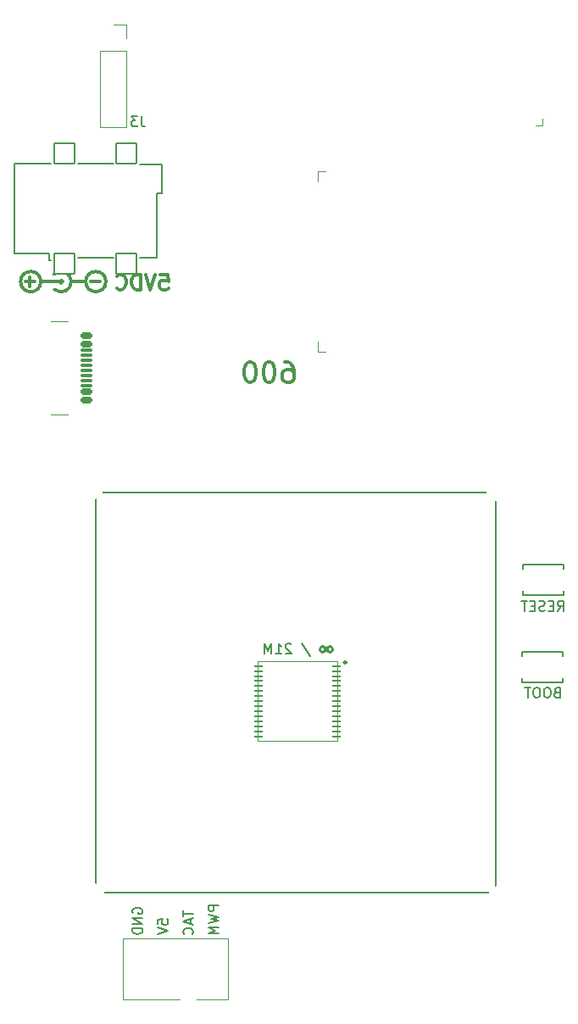
<source format=gbr>
%TF.GenerationSoftware,KiCad,Pcbnew,8.0.1*%
%TF.CreationDate,2024-09-06T01:33:41+08:00*%
%TF.ProjectId,bitaxeGamma,62697461-7865-4476-916d-6d612e6b6963,rev?*%
%TF.SameCoordinates,Original*%
%TF.FileFunction,Legend,Bot*%
%TF.FilePolarity,Positive*%
%FSLAX46Y46*%
G04 Gerber Fmt 4.6, Leading zero omitted, Abs format (unit mm)*
G04 Created by KiCad (PCBNEW 8.0.1) date 2024-09-06 01:33:41*
%MOMM*%
%LPD*%
G01*
G04 APERTURE LIST*
G04 Aperture macros list*
%AMRoundRect*
0 Rectangle with rounded corners*
0 $1 Rounding radius*
0 $2 $3 $4 $5 $6 $7 $8 $9 X,Y pos of 4 corners*
0 Add a 4 corners polygon primitive as box body*
4,1,4,$2,$3,$4,$5,$6,$7,$8,$9,$2,$3,0*
0 Add four circle primitives for the rounded corners*
1,1,$1+$1,$2,$3*
1,1,$1+$1,$4,$5*
1,1,$1+$1,$6,$7*
1,1,$1+$1,$8,$9*
0 Add four rect primitives between the rounded corners*
20,1,$1+$1,$2,$3,$4,$5,0*
20,1,$1+$1,$4,$5,$6,$7,0*
20,1,$1+$1,$6,$7,$8,$9,0*
20,1,$1+$1,$8,$9,$2,$3,0*%
G04 Aperture macros list end*
%ADD10C,0.150000*%
%ADD11C,0.300000*%
%ADD12C,0.250000*%
%ADD13C,0.120000*%
%ADD14C,0.050000*%
%ADD15C,0.227485*%
%ADD16C,0.000000*%
%ADD17C,0.127000*%
%ADD18C,0.152400*%
%ADD19C,0.310000*%
%ADD20C,3.000000*%
%ADD21C,0.800000*%
%ADD22C,6.000000*%
%ADD23R,1.700000X1.700000*%
%ADD24O,1.700000X1.700000*%
%ADD25C,3.500000*%
%ADD26C,0.400000*%
%ADD27C,1.295400*%
%ADD28C,1.574800*%
%ADD29C,1.700000*%
%ADD30C,2.000000*%
%ADD31C,0.650000*%
%ADD32RoundRect,0.150000X0.425000X-0.150000X0.425000X0.150000X-0.425000X0.150000X-0.425000X-0.150000X0*%
%ADD33RoundRect,0.075000X0.500000X-0.075000X0.500000X0.075000X-0.500000X0.075000X-0.500000X-0.075000X0*%
%ADD34O,1.800000X1.000000*%
%ADD35O,2.100000X1.000000*%
%ADD36R,0.900000X1.500000*%
%ADD37R,1.500000X0.900000*%
%ADD38R,0.900000X0.900000*%
%ADD39C,0.990600*%
%ADD40C,0.787400*%
%ADD41RoundRect,0.055250X0.340750X0.055250X-0.340750X0.055250X-0.340750X-0.055250X0.340750X-0.055250X0*%
%ADD42C,1.600000*%
%ADD43C,1.800000*%
%ADD44RoundRect,0.102000X1.000000X-1.000000X1.000000X1.000000X-1.000000X1.000000X-1.000000X-1.000000X0*%
%ADD45R,0.900000X1.800000*%
G04 APERTURE END LIST*
D10*
X85450000Y-95700000D02*
X125430000Y-95700000D01*
X125430000Y-135690000D01*
X85450000Y-135690000D01*
X85450000Y-95700000D01*
X106006190Y-110747200D02*
X106863332Y-112032914D01*
X104958570Y-110890057D02*
X104910951Y-110842438D01*
X104910951Y-110842438D02*
X104815713Y-110794819D01*
X104815713Y-110794819D02*
X104577618Y-110794819D01*
X104577618Y-110794819D02*
X104482380Y-110842438D01*
X104482380Y-110842438D02*
X104434761Y-110890057D01*
X104434761Y-110890057D02*
X104387142Y-110985295D01*
X104387142Y-110985295D02*
X104387142Y-111080533D01*
X104387142Y-111080533D02*
X104434761Y-111223390D01*
X104434761Y-111223390D02*
X105006189Y-111794819D01*
X105006189Y-111794819D02*
X104387142Y-111794819D01*
X103434761Y-111794819D02*
X104006189Y-111794819D01*
X103720475Y-111794819D02*
X103720475Y-110794819D01*
X103720475Y-110794819D02*
X103815713Y-110937676D01*
X103815713Y-110937676D02*
X103910951Y-111032914D01*
X103910951Y-111032914D02*
X104006189Y-111080533D01*
X103006189Y-111794819D02*
X103006189Y-110794819D01*
X103006189Y-110794819D02*
X102672856Y-111509104D01*
X102672856Y-111509104D02*
X102339523Y-110794819D01*
X102339523Y-110794819D02*
X102339523Y-111794819D01*
X91663819Y-138827523D02*
X91663819Y-138351333D01*
X91663819Y-138351333D02*
X92140009Y-138303714D01*
X92140009Y-138303714D02*
X92092390Y-138351333D01*
X92092390Y-138351333D02*
X92044771Y-138446571D01*
X92044771Y-138446571D02*
X92044771Y-138684666D01*
X92044771Y-138684666D02*
X92092390Y-138779904D01*
X92092390Y-138779904D02*
X92140009Y-138827523D01*
X92140009Y-138827523D02*
X92235247Y-138875142D01*
X92235247Y-138875142D02*
X92473342Y-138875142D01*
X92473342Y-138875142D02*
X92568580Y-138827523D01*
X92568580Y-138827523D02*
X92616200Y-138779904D01*
X92616200Y-138779904D02*
X92663819Y-138684666D01*
X92663819Y-138684666D02*
X92663819Y-138446571D01*
X92663819Y-138446571D02*
X92616200Y-138351333D01*
X92616200Y-138351333D02*
X92568580Y-138303714D01*
X91663819Y-139160857D02*
X92663819Y-139494190D01*
X92663819Y-139494190D02*
X91663819Y-139827523D01*
D11*
X91911203Y-73930828D02*
X92625489Y-73930828D01*
X92625489Y-73930828D02*
X92696917Y-74645114D01*
X92696917Y-74645114D02*
X92625489Y-74573685D01*
X92625489Y-74573685D02*
X92482632Y-74502257D01*
X92482632Y-74502257D02*
X92125489Y-74502257D01*
X92125489Y-74502257D02*
X91982632Y-74573685D01*
X91982632Y-74573685D02*
X91911203Y-74645114D01*
X91911203Y-74645114D02*
X91839774Y-74787971D01*
X91839774Y-74787971D02*
X91839774Y-75145114D01*
X91839774Y-75145114D02*
X91911203Y-75287971D01*
X91911203Y-75287971D02*
X91982632Y-75359400D01*
X91982632Y-75359400D02*
X92125489Y-75430828D01*
X92125489Y-75430828D02*
X92482632Y-75430828D01*
X92482632Y-75430828D02*
X92625489Y-75359400D01*
X92625489Y-75359400D02*
X92696917Y-75287971D01*
X91411203Y-73930828D02*
X90911203Y-75430828D01*
X90911203Y-75430828D02*
X90411203Y-73930828D01*
X89911204Y-75430828D02*
X89911204Y-73930828D01*
X89911204Y-73930828D02*
X89554061Y-73930828D01*
X89554061Y-73930828D02*
X89339775Y-74002257D01*
X89339775Y-74002257D02*
X89196918Y-74145114D01*
X89196918Y-74145114D02*
X89125489Y-74287971D01*
X89125489Y-74287971D02*
X89054061Y-74573685D01*
X89054061Y-74573685D02*
X89054061Y-74787971D01*
X89054061Y-74787971D02*
X89125489Y-75073685D01*
X89125489Y-75073685D02*
X89196918Y-75216542D01*
X89196918Y-75216542D02*
X89339775Y-75359400D01*
X89339775Y-75359400D02*
X89554061Y-75430828D01*
X89554061Y-75430828D02*
X89911204Y-75430828D01*
X87554061Y-75287971D02*
X87625489Y-75359400D01*
X87625489Y-75359400D02*
X87839775Y-75430828D01*
X87839775Y-75430828D02*
X87982632Y-75430828D01*
X87982632Y-75430828D02*
X88196918Y-75359400D01*
X88196918Y-75359400D02*
X88339775Y-75216542D01*
X88339775Y-75216542D02*
X88411204Y-75073685D01*
X88411204Y-75073685D02*
X88482632Y-74787971D01*
X88482632Y-74787971D02*
X88482632Y-74573685D01*
X88482632Y-74573685D02*
X88411204Y-74287971D01*
X88411204Y-74287971D02*
X88339775Y-74145114D01*
X88339775Y-74145114D02*
X88196918Y-74002257D01*
X88196918Y-74002257D02*
X87982632Y-73930828D01*
X87982632Y-73930828D02*
X87839775Y-73930828D01*
X87839775Y-73930828D02*
X87625489Y-74002257D01*
X87625489Y-74002257D02*
X87554061Y-74073685D01*
X104299298Y-82679638D02*
X104680251Y-82679638D01*
X104680251Y-82679638D02*
X104870727Y-82774876D01*
X104870727Y-82774876D02*
X104965965Y-82870114D01*
X104965965Y-82870114D02*
X105156441Y-83155828D01*
X105156441Y-83155828D02*
X105251679Y-83536780D01*
X105251679Y-83536780D02*
X105251679Y-84298685D01*
X105251679Y-84298685D02*
X105156441Y-84489161D01*
X105156441Y-84489161D02*
X105061203Y-84584400D01*
X105061203Y-84584400D02*
X104870727Y-84679638D01*
X104870727Y-84679638D02*
X104489774Y-84679638D01*
X104489774Y-84679638D02*
X104299298Y-84584400D01*
X104299298Y-84584400D02*
X104204060Y-84489161D01*
X104204060Y-84489161D02*
X104108822Y-84298685D01*
X104108822Y-84298685D02*
X104108822Y-83822495D01*
X104108822Y-83822495D02*
X104204060Y-83632019D01*
X104204060Y-83632019D02*
X104299298Y-83536780D01*
X104299298Y-83536780D02*
X104489774Y-83441542D01*
X104489774Y-83441542D02*
X104870727Y-83441542D01*
X104870727Y-83441542D02*
X105061203Y-83536780D01*
X105061203Y-83536780D02*
X105156441Y-83632019D01*
X105156441Y-83632019D02*
X105251679Y-83822495D01*
X102870727Y-82679638D02*
X102680250Y-82679638D01*
X102680250Y-82679638D02*
X102489774Y-82774876D01*
X102489774Y-82774876D02*
X102394536Y-82870114D01*
X102394536Y-82870114D02*
X102299298Y-83060590D01*
X102299298Y-83060590D02*
X102204060Y-83441542D01*
X102204060Y-83441542D02*
X102204060Y-83917733D01*
X102204060Y-83917733D02*
X102299298Y-84298685D01*
X102299298Y-84298685D02*
X102394536Y-84489161D01*
X102394536Y-84489161D02*
X102489774Y-84584400D01*
X102489774Y-84584400D02*
X102680250Y-84679638D01*
X102680250Y-84679638D02*
X102870727Y-84679638D01*
X102870727Y-84679638D02*
X103061203Y-84584400D01*
X103061203Y-84584400D02*
X103156441Y-84489161D01*
X103156441Y-84489161D02*
X103251679Y-84298685D01*
X103251679Y-84298685D02*
X103346917Y-83917733D01*
X103346917Y-83917733D02*
X103346917Y-83441542D01*
X103346917Y-83441542D02*
X103251679Y-83060590D01*
X103251679Y-83060590D02*
X103156441Y-82870114D01*
X103156441Y-82870114D02*
X103061203Y-82774876D01*
X103061203Y-82774876D02*
X102870727Y-82679638D01*
X100965965Y-82679638D02*
X100775488Y-82679638D01*
X100775488Y-82679638D02*
X100585012Y-82774876D01*
X100585012Y-82774876D02*
X100489774Y-82870114D01*
X100489774Y-82870114D02*
X100394536Y-83060590D01*
X100394536Y-83060590D02*
X100299298Y-83441542D01*
X100299298Y-83441542D02*
X100299298Y-83917733D01*
X100299298Y-83917733D02*
X100394536Y-84298685D01*
X100394536Y-84298685D02*
X100489774Y-84489161D01*
X100489774Y-84489161D02*
X100585012Y-84584400D01*
X100585012Y-84584400D02*
X100775488Y-84679638D01*
X100775488Y-84679638D02*
X100965965Y-84679638D01*
X100965965Y-84679638D02*
X101156441Y-84584400D01*
X101156441Y-84584400D02*
X101251679Y-84489161D01*
X101251679Y-84489161D02*
X101346917Y-84298685D01*
X101346917Y-84298685D02*
X101442155Y-83917733D01*
X101442155Y-83917733D02*
X101442155Y-83441542D01*
X101442155Y-83441542D02*
X101346917Y-83060590D01*
X101346917Y-83060590D02*
X101251679Y-82870114D01*
X101251679Y-82870114D02*
X101156441Y-82774876D01*
X101156441Y-82774876D02*
X100965965Y-82679638D01*
D10*
X97719819Y-136958238D02*
X96719819Y-136958238D01*
X96719819Y-136958238D02*
X96719819Y-137339190D01*
X96719819Y-137339190D02*
X96767438Y-137434428D01*
X96767438Y-137434428D02*
X96815057Y-137482047D01*
X96815057Y-137482047D02*
X96910295Y-137529666D01*
X96910295Y-137529666D02*
X97053152Y-137529666D01*
X97053152Y-137529666D02*
X97148390Y-137482047D01*
X97148390Y-137482047D02*
X97196009Y-137434428D01*
X97196009Y-137434428D02*
X97243628Y-137339190D01*
X97243628Y-137339190D02*
X97243628Y-136958238D01*
X96719819Y-137863000D02*
X97719819Y-138101095D01*
X97719819Y-138101095D02*
X97005533Y-138291571D01*
X97005533Y-138291571D02*
X97719819Y-138482047D01*
X97719819Y-138482047D02*
X96719819Y-138720143D01*
X97719819Y-139101095D02*
X96719819Y-139101095D01*
X96719819Y-139101095D02*
X97434104Y-139434428D01*
X97434104Y-139434428D02*
X96719819Y-139767761D01*
X96719819Y-139767761D02*
X97719819Y-139767761D01*
D12*
X108259523Y-111149857D02*
X108069047Y-111054619D01*
X108069047Y-111054619D02*
X107878571Y-111149857D01*
X107878571Y-111149857D02*
X107783333Y-111340333D01*
X107783333Y-111340333D02*
X107878571Y-111530809D01*
X107878571Y-111530809D02*
X108069047Y-111626047D01*
X108069047Y-111626047D02*
X108259523Y-111530809D01*
X108259523Y-111530809D02*
X108640475Y-111149857D01*
X108640475Y-111149857D02*
X108830952Y-111054619D01*
X108830952Y-111054619D02*
X109021428Y-111149857D01*
X109021428Y-111149857D02*
X109116666Y-111340333D01*
X109116666Y-111340333D02*
X109021428Y-111530809D01*
X109021428Y-111530809D02*
X108830952Y-111626047D01*
X108830952Y-111626047D02*
X108640475Y-111530809D01*
X108640475Y-111530809D02*
X108259523Y-111149857D01*
D10*
X94187319Y-137482047D02*
X94187319Y-138053475D01*
X95187319Y-137767761D02*
X94187319Y-137767761D01*
X94901604Y-138339190D02*
X94901604Y-138815380D01*
X95187319Y-138243952D02*
X94187319Y-138577285D01*
X94187319Y-138577285D02*
X95187319Y-138910618D01*
X95092080Y-139815380D02*
X95139700Y-139767761D01*
X95139700Y-139767761D02*
X95187319Y-139624904D01*
X95187319Y-139624904D02*
X95187319Y-139529666D01*
X95187319Y-139529666D02*
X95139700Y-139386809D01*
X95139700Y-139386809D02*
X95044461Y-139291571D01*
X95044461Y-139291571D02*
X94949223Y-139243952D01*
X94949223Y-139243952D02*
X94758747Y-139196333D01*
X94758747Y-139196333D02*
X94615890Y-139196333D01*
X94615890Y-139196333D02*
X94425414Y-139243952D01*
X94425414Y-139243952D02*
X94330176Y-139291571D01*
X94330176Y-139291571D02*
X94234938Y-139386809D01*
X94234938Y-139386809D02*
X94187319Y-139529666D01*
X94187319Y-139529666D02*
X94187319Y-139624904D01*
X94187319Y-139624904D02*
X94234938Y-139767761D01*
X94234938Y-139767761D02*
X94282557Y-139815380D01*
X89169938Y-137720143D02*
X89122319Y-137624905D01*
X89122319Y-137624905D02*
X89122319Y-137482048D01*
X89122319Y-137482048D02*
X89169938Y-137339191D01*
X89169938Y-137339191D02*
X89265176Y-137243953D01*
X89265176Y-137243953D02*
X89360414Y-137196334D01*
X89360414Y-137196334D02*
X89550890Y-137148715D01*
X89550890Y-137148715D02*
X89693747Y-137148715D01*
X89693747Y-137148715D02*
X89884223Y-137196334D01*
X89884223Y-137196334D02*
X89979461Y-137243953D01*
X89979461Y-137243953D02*
X90074700Y-137339191D01*
X90074700Y-137339191D02*
X90122319Y-137482048D01*
X90122319Y-137482048D02*
X90122319Y-137577286D01*
X90122319Y-137577286D02*
X90074700Y-137720143D01*
X90074700Y-137720143D02*
X90027080Y-137767762D01*
X90027080Y-137767762D02*
X89693747Y-137767762D01*
X89693747Y-137767762D02*
X89693747Y-137577286D01*
X90122319Y-138196334D02*
X89122319Y-138196334D01*
X89122319Y-138196334D02*
X90122319Y-138767762D01*
X90122319Y-138767762D02*
X89122319Y-138767762D01*
X90122319Y-139243953D02*
X89122319Y-139243953D01*
X89122319Y-139243953D02*
X89122319Y-139482048D01*
X89122319Y-139482048D02*
X89169938Y-139624905D01*
X89169938Y-139624905D02*
X89265176Y-139720143D01*
X89265176Y-139720143D02*
X89360414Y-139767762D01*
X89360414Y-139767762D02*
X89550890Y-139815381D01*
X89550890Y-139815381D02*
X89693747Y-139815381D01*
X89693747Y-139815381D02*
X89884223Y-139767762D01*
X89884223Y-139767762D02*
X89979461Y-139720143D01*
X89979461Y-139720143D02*
X90074700Y-139624905D01*
X90074700Y-139624905D02*
X90122319Y-139482048D01*
X90122319Y-139482048D02*
X90122319Y-139243953D01*
X90013333Y-58134819D02*
X90013333Y-58849104D01*
X90013333Y-58849104D02*
X90060952Y-58991961D01*
X90060952Y-58991961D02*
X90156190Y-59087200D01*
X90156190Y-59087200D02*
X90299047Y-59134819D01*
X90299047Y-59134819D02*
X90394285Y-59134819D01*
X89632380Y-58134819D02*
X89013333Y-58134819D01*
X89013333Y-58134819D02*
X89346666Y-58515771D01*
X89346666Y-58515771D02*
X89203809Y-58515771D01*
X89203809Y-58515771D02*
X89108571Y-58563390D01*
X89108571Y-58563390D02*
X89060952Y-58611009D01*
X89060952Y-58611009D02*
X89013333Y-58706247D01*
X89013333Y-58706247D02*
X89013333Y-58944342D01*
X89013333Y-58944342D02*
X89060952Y-59039580D01*
X89060952Y-59039580D02*
X89108571Y-59087200D01*
X89108571Y-59087200D02*
X89203809Y-59134819D01*
X89203809Y-59134819D02*
X89489523Y-59134819D01*
X89489523Y-59134819D02*
X89584761Y-59087200D01*
X89584761Y-59087200D02*
X89632380Y-59039580D01*
X131608381Y-107530819D02*
X131941714Y-107054628D01*
X132179809Y-107530819D02*
X132179809Y-106530819D01*
X132179809Y-106530819D02*
X131798857Y-106530819D01*
X131798857Y-106530819D02*
X131703619Y-106578438D01*
X131703619Y-106578438D02*
X131656000Y-106626057D01*
X131656000Y-106626057D02*
X131608381Y-106721295D01*
X131608381Y-106721295D02*
X131608381Y-106864152D01*
X131608381Y-106864152D02*
X131656000Y-106959390D01*
X131656000Y-106959390D02*
X131703619Y-107007009D01*
X131703619Y-107007009D02*
X131798857Y-107054628D01*
X131798857Y-107054628D02*
X132179809Y-107054628D01*
X131179809Y-107007009D02*
X130846476Y-107007009D01*
X130703619Y-107530819D02*
X131179809Y-107530819D01*
X131179809Y-107530819D02*
X131179809Y-106530819D01*
X131179809Y-106530819D02*
X130703619Y-106530819D01*
X130322666Y-107483200D02*
X130179809Y-107530819D01*
X130179809Y-107530819D02*
X129941714Y-107530819D01*
X129941714Y-107530819D02*
X129846476Y-107483200D01*
X129846476Y-107483200D02*
X129798857Y-107435580D01*
X129798857Y-107435580D02*
X129751238Y-107340342D01*
X129751238Y-107340342D02*
X129751238Y-107245104D01*
X129751238Y-107245104D02*
X129798857Y-107149866D01*
X129798857Y-107149866D02*
X129846476Y-107102247D01*
X129846476Y-107102247D02*
X129941714Y-107054628D01*
X129941714Y-107054628D02*
X130132190Y-107007009D01*
X130132190Y-107007009D02*
X130227428Y-106959390D01*
X130227428Y-106959390D02*
X130275047Y-106911771D01*
X130275047Y-106911771D02*
X130322666Y-106816533D01*
X130322666Y-106816533D02*
X130322666Y-106721295D01*
X130322666Y-106721295D02*
X130275047Y-106626057D01*
X130275047Y-106626057D02*
X130227428Y-106578438D01*
X130227428Y-106578438D02*
X130132190Y-106530819D01*
X130132190Y-106530819D02*
X129894095Y-106530819D01*
X129894095Y-106530819D02*
X129751238Y-106578438D01*
X129322666Y-107007009D02*
X128989333Y-107007009D01*
X128846476Y-107530819D02*
X129322666Y-107530819D01*
X129322666Y-107530819D02*
X129322666Y-106530819D01*
X129322666Y-106530819D02*
X128846476Y-106530819D01*
X128560761Y-106530819D02*
X127989333Y-106530819D01*
X128275047Y-107530819D02*
X128275047Y-106530819D01*
D11*
X79364930Y-74636649D02*
X78412550Y-74636649D01*
X78888740Y-75112839D02*
X78888740Y-74160458D01*
X85874930Y-74626649D02*
X84922550Y-74626649D01*
D10*
X131514142Y-115659009D02*
X131371285Y-115706628D01*
X131371285Y-115706628D02*
X131323666Y-115754247D01*
X131323666Y-115754247D02*
X131276047Y-115849485D01*
X131276047Y-115849485D02*
X131276047Y-115992342D01*
X131276047Y-115992342D02*
X131323666Y-116087580D01*
X131323666Y-116087580D02*
X131371285Y-116135200D01*
X131371285Y-116135200D02*
X131466523Y-116182819D01*
X131466523Y-116182819D02*
X131847475Y-116182819D01*
X131847475Y-116182819D02*
X131847475Y-115182819D01*
X131847475Y-115182819D02*
X131514142Y-115182819D01*
X131514142Y-115182819D02*
X131418904Y-115230438D01*
X131418904Y-115230438D02*
X131371285Y-115278057D01*
X131371285Y-115278057D02*
X131323666Y-115373295D01*
X131323666Y-115373295D02*
X131323666Y-115468533D01*
X131323666Y-115468533D02*
X131371285Y-115563771D01*
X131371285Y-115563771D02*
X131418904Y-115611390D01*
X131418904Y-115611390D02*
X131514142Y-115659009D01*
X131514142Y-115659009D02*
X131847475Y-115659009D01*
X130656999Y-115182819D02*
X130466523Y-115182819D01*
X130466523Y-115182819D02*
X130371285Y-115230438D01*
X130371285Y-115230438D02*
X130276047Y-115325676D01*
X130276047Y-115325676D02*
X130228428Y-115516152D01*
X130228428Y-115516152D02*
X130228428Y-115849485D01*
X130228428Y-115849485D02*
X130276047Y-116039961D01*
X130276047Y-116039961D02*
X130371285Y-116135200D01*
X130371285Y-116135200D02*
X130466523Y-116182819D01*
X130466523Y-116182819D02*
X130656999Y-116182819D01*
X130656999Y-116182819D02*
X130752237Y-116135200D01*
X130752237Y-116135200D02*
X130847475Y-116039961D01*
X130847475Y-116039961D02*
X130895094Y-115849485D01*
X130895094Y-115849485D02*
X130895094Y-115516152D01*
X130895094Y-115516152D02*
X130847475Y-115325676D01*
X130847475Y-115325676D02*
X130752237Y-115230438D01*
X130752237Y-115230438D02*
X130656999Y-115182819D01*
X129609380Y-115182819D02*
X129418904Y-115182819D01*
X129418904Y-115182819D02*
X129323666Y-115230438D01*
X129323666Y-115230438D02*
X129228428Y-115325676D01*
X129228428Y-115325676D02*
X129180809Y-115516152D01*
X129180809Y-115516152D02*
X129180809Y-115849485D01*
X129180809Y-115849485D02*
X129228428Y-116039961D01*
X129228428Y-116039961D02*
X129323666Y-116135200D01*
X129323666Y-116135200D02*
X129418904Y-116182819D01*
X129418904Y-116182819D02*
X129609380Y-116182819D01*
X129609380Y-116182819D02*
X129704618Y-116135200D01*
X129704618Y-116135200D02*
X129799856Y-116039961D01*
X129799856Y-116039961D02*
X129847475Y-115849485D01*
X129847475Y-115849485D02*
X129847475Y-115516152D01*
X129847475Y-115516152D02*
X129799856Y-115325676D01*
X129799856Y-115325676D02*
X129704618Y-115230438D01*
X129704618Y-115230438D02*
X129609380Y-115182819D01*
X128895094Y-115182819D02*
X128323666Y-115182819D01*
X128609380Y-116182819D02*
X128609380Y-115182819D01*
D13*
%TO.C,J6*%
X88198600Y-140193000D02*
X98663400Y-140193000D01*
X88198600Y-146289000D02*
X88198600Y-140193000D01*
X93861825Y-146289000D02*
X88198600Y-146289000D01*
X98663400Y-140193000D02*
X98663400Y-146289000D01*
X98663400Y-146289000D02*
X95540175Y-146289000D01*
%TO.C,J3*%
X85875000Y-51562000D02*
X85875000Y-59242000D01*
X88535000Y-48962000D02*
X87205000Y-48962000D01*
X88535000Y-50292000D02*
X88535000Y-48962000D01*
X88535000Y-51562000D02*
X85875000Y-51562000D01*
X88535000Y-51562000D02*
X88535000Y-59242000D01*
X88535000Y-59242000D02*
X85875000Y-59242000D01*
%TO.C,J5*%
X80965000Y-78590000D02*
X82665000Y-78590000D01*
X80965000Y-87930000D02*
X82665000Y-87930000D01*
%TO.C,U4*%
X107680000Y-63610000D02*
X107680000Y-64610000D01*
X107680000Y-81610000D02*
X107680000Y-80610000D01*
X108430000Y-63610000D02*
X107680000Y-63610000D01*
X108430000Y-81610000D02*
X107680000Y-81610000D01*
%TO.C,J2*%
X129400000Y-59000000D02*
X130035000Y-59000000D01*
X130035000Y-59000000D02*
X130035000Y-58365000D01*
%TO.C,U8*%
D14*
X109610562Y-112546000D02*
X101610562Y-112546000D01*
X101610562Y-120546000D01*
X109610562Y-120546000D01*
X109610562Y-112546000D01*
D15*
X110484304Y-112676000D02*
G75*
G02*
X110256820Y-112676000I-113742J0D01*
G01*
X110256820Y-112676000D02*
G75*
G02*
X110484304Y-112676000I113742J0D01*
G01*
D16*
%TO.C,G\u002A\u002A\u002A*%
G36*
X118501554Y-95339509D02*
G01*
X118504814Y-95345777D01*
X118487663Y-95353401D01*
X118476632Y-95351897D01*
X118473772Y-95339509D01*
X118476826Y-95337016D01*
X118501554Y-95339509D01*
G37*
D17*
%TO.C,J1*%
X77330000Y-62860000D02*
X77330000Y-71860000D01*
X80830000Y-71860000D02*
X77330000Y-71860000D01*
X80830000Y-71860000D02*
X80830000Y-72460000D01*
X81010000Y-62860000D02*
X77330000Y-62860000D01*
X81010000Y-72460000D02*
X80830000Y-72460000D01*
X83650000Y-62860000D02*
X87210000Y-62860000D01*
X83650000Y-72210000D02*
X87210000Y-72210000D01*
X89850000Y-62960000D02*
X92030000Y-62960000D01*
X91530000Y-65810000D02*
X91530000Y-72210000D01*
X91530000Y-65810000D02*
X92030000Y-65810000D01*
X91530000Y-72210000D02*
X89850000Y-72210000D01*
X92030000Y-62960000D02*
X92030000Y-65810000D01*
D18*
%TO.C,SW1*%
X128154000Y-102924000D02*
X132218000Y-102924000D01*
X128154000Y-103353260D02*
X128154000Y-102924000D01*
X128154000Y-105972000D02*
X128154000Y-105542740D01*
X132218000Y-102924000D02*
X132218000Y-103353260D01*
X132218000Y-105542740D02*
X132218000Y-105972000D01*
X132218000Y-105972000D02*
X128154000Y-105972000D01*
D11*
%TO.C,U1*%
X81994918Y-74631416D02*
X79965083Y-74631416D01*
X83014188Y-74631416D02*
X84454917Y-74631416D01*
X81289918Y-73916416D02*
G75*
G02*
X81335888Y-75408739I709999J-724999D01*
G01*
X79965083Y-74631416D02*
G75*
G02*
X77949917Y-74631416I-1007583J0D01*
G01*
X77949917Y-74631416D02*
G75*
G02*
X79965083Y-74631416I1007583J0D01*
G01*
D19*
X82154918Y-74641416D02*
G75*
G02*
X81844918Y-74641416I-155000J0D01*
G01*
X81844918Y-74641416D02*
G75*
G02*
X82154918Y-74641416I155000J0D01*
G01*
D11*
X86470083Y-74631416D02*
G75*
G02*
X84454917Y-74631416I-1007583J0D01*
G01*
X84454917Y-74631416D02*
G75*
G02*
X86470083Y-74631416I1007583J0D01*
G01*
D18*
%TO.C,SW2*%
X128050000Y-111631000D02*
X132114000Y-111631000D01*
X128050000Y-112060260D02*
X128050000Y-111631000D01*
X128050000Y-114679000D02*
X128050000Y-114249740D01*
X132114000Y-111631000D02*
X132114000Y-112060260D01*
X132114000Y-114249740D02*
X132114000Y-114679000D01*
X132114000Y-114679000D02*
X128050000Y-114679000D01*
%TD*%
%LPC*%
D13*
%TO.C,U4*%
X133180000Y-81610000D02*
X133180000Y-63610000D01*
%TO.C,U8*%
X104290562Y-115206000D02*
X102510562Y-115206000D01*
X102510562Y-116646000D01*
X104290562Y-116646000D01*
X104290562Y-115206000D01*
G36*
X104290562Y-115206000D02*
G01*
X102510562Y-115206000D01*
X102510562Y-116646000D01*
X104290562Y-116646000D01*
X104290562Y-115206000D01*
G37*
X104290562Y-118916000D02*
X102510562Y-118916000D01*
X102510562Y-120356000D01*
X104290562Y-120356000D01*
X104290562Y-118916000D01*
G36*
X104290562Y-118916000D02*
G01*
X102510562Y-118916000D01*
X102510562Y-120356000D01*
X104290562Y-120356000D01*
X104290562Y-118916000D01*
G37*
X104300562Y-112726000D02*
X102520562Y-112726000D01*
X102520562Y-114596000D01*
X104300562Y-114596000D01*
X104300562Y-112726000D01*
G36*
X104300562Y-112726000D02*
G01*
X102520562Y-112726000D01*
X102520562Y-114596000D01*
X104300562Y-114596000D01*
X104300562Y-112726000D01*
G37*
X104300562Y-117046000D02*
X102520562Y-117046000D01*
X102520562Y-118486000D01*
X104300562Y-118486000D01*
X104300562Y-117046000D01*
G36*
X104300562Y-117046000D02*
G01*
X102520562Y-117046000D01*
X102520562Y-118486000D01*
X104300562Y-118486000D01*
X104300562Y-117046000D01*
G37*
X106500562Y-115206000D02*
X104720562Y-115206000D01*
X104720562Y-116646000D01*
X106500562Y-116646000D01*
X106500562Y-115206000D01*
G36*
X106500562Y-115206000D02*
G01*
X104720562Y-115206000D01*
X104720562Y-116646000D01*
X106500562Y-116646000D01*
X106500562Y-115206000D01*
G37*
X106500562Y-118916000D02*
X104720562Y-118916000D01*
X104720562Y-120356000D01*
X106500562Y-120356000D01*
X106500562Y-118916000D01*
G36*
X106500562Y-118916000D02*
G01*
X104720562Y-118916000D01*
X104720562Y-120356000D01*
X106500562Y-120356000D01*
X106500562Y-118916000D01*
G37*
X106510562Y-112736000D02*
X104730562Y-112736000D01*
X104730562Y-114606000D01*
X106510562Y-114606000D01*
X106510562Y-112736000D01*
G36*
X106510562Y-112736000D02*
G01*
X104730562Y-112736000D01*
X104730562Y-114606000D01*
X106510562Y-114606000D01*
X106510562Y-112736000D01*
G37*
X106510562Y-117046000D02*
X104730562Y-117046000D01*
X104730562Y-118486000D01*
X106510562Y-118486000D01*
X106510562Y-117046000D01*
G36*
X106510562Y-117046000D02*
G01*
X104730562Y-117046000D01*
X104730562Y-118486000D01*
X106510562Y-118486000D01*
X106510562Y-117046000D01*
G37*
X108710562Y-112746000D02*
X106930562Y-112746000D01*
X106930562Y-114626000D01*
X108710562Y-114626000D01*
X108710562Y-112746000D01*
G36*
X108710562Y-112746000D02*
G01*
X106930562Y-112746000D01*
X106930562Y-114626000D01*
X108710562Y-114626000D01*
X108710562Y-112746000D01*
G37*
X108710562Y-115216000D02*
X106930562Y-115216000D01*
X106930562Y-116656000D01*
X108710562Y-116656000D01*
X108710562Y-115216000D01*
G36*
X108710562Y-115216000D02*
G01*
X106930562Y-115216000D01*
X106930562Y-116656000D01*
X108710562Y-116656000D01*
X108710562Y-115216000D01*
G37*
X108710562Y-118926000D02*
X106930562Y-118926000D01*
X106930562Y-120366000D01*
X108710562Y-120366000D01*
X108710562Y-118926000D01*
G36*
X108710562Y-118926000D02*
G01*
X106930562Y-118926000D01*
X106930562Y-120366000D01*
X108710562Y-120366000D01*
X108710562Y-118926000D01*
G37*
X108720562Y-117056000D02*
X106940562Y-117056000D01*
X106940562Y-118496000D01*
X108720562Y-118496000D01*
X108720562Y-117056000D01*
G36*
X108720562Y-117056000D02*
G01*
X106940562Y-117056000D01*
X106940562Y-118496000D01*
X108720562Y-118496000D01*
X108720562Y-117056000D01*
G37*
D16*
%TO.C,G\u002A\u002A\u002A*%
G36*
X110835225Y-83669191D02*
G01*
X111225774Y-84059740D01*
X110840646Y-84445290D01*
X110743775Y-84541920D01*
X110649131Y-84635592D01*
X110567917Y-84715197D01*
X110504115Y-84776859D01*
X110461707Y-84816699D01*
X110444677Y-84830841D01*
X110429633Y-84818501D01*
X110388808Y-84780268D01*
X110326321Y-84719953D01*
X110246154Y-84641434D01*
X110152289Y-84548587D01*
X110048708Y-84445290D01*
X109663579Y-84059740D01*
X110054128Y-83669191D01*
X110444677Y-83278642D01*
X110835225Y-83669191D01*
G37*
G36*
X106952962Y-84218195D02*
G01*
X107012788Y-84384727D01*
X107130174Y-84656382D01*
X107260097Y-84893409D01*
X107401616Y-85094547D01*
X107553792Y-85258537D01*
X107715685Y-85384116D01*
X107886356Y-85470027D01*
X107916657Y-85479077D01*
X107996489Y-85494470D01*
X108098933Y-85507422D01*
X108211773Y-85516200D01*
X108448024Y-85528872D01*
X108633717Y-85851383D01*
X108687239Y-85945026D01*
X108740061Y-86039000D01*
X108781920Y-86115205D01*
X108809482Y-86167559D01*
X108819410Y-86189981D01*
X108812654Y-86193248D01*
X108772106Y-86198329D01*
X108701063Y-86202393D01*
X108606604Y-86205090D01*
X108495806Y-86206067D01*
X108172203Y-86206067D01*
X108178046Y-87763614D01*
X108179056Y-88029567D01*
X108180108Y-88286071D01*
X108181182Y-88506491D01*
X108182369Y-88693760D01*
X108183761Y-88850811D01*
X108185446Y-88980576D01*
X108187518Y-89085988D01*
X108190065Y-89169980D01*
X108193180Y-89235484D01*
X108196952Y-89285434D01*
X108201474Y-89322762D01*
X108206835Y-89350400D01*
X108213126Y-89371282D01*
X108220439Y-89388341D01*
X108228864Y-89404508D01*
X108261787Y-89457864D01*
X108349332Y-89557893D01*
X108450475Y-89629877D01*
X108508694Y-89659932D01*
X108417585Y-89713326D01*
X108319765Y-89792653D01*
X108242377Y-89900266D01*
X108195128Y-90023485D01*
X108193591Y-90033321D01*
X108189824Y-90086905D01*
X108186397Y-90179408D01*
X108183334Y-90308844D01*
X108180661Y-90473224D01*
X108178401Y-90670562D01*
X108176578Y-90898870D01*
X108175218Y-91156162D01*
X108174344Y-91440449D01*
X108173980Y-91749745D01*
X108173471Y-93386531D01*
X107742630Y-93787538D01*
X107311790Y-94188545D01*
X107277386Y-94097910D01*
X107247290Y-94032073D01*
X107177868Y-93916154D01*
X107082976Y-93783702D01*
X106967059Y-93640128D01*
X106834561Y-93490847D01*
X106689927Y-93341272D01*
X106537600Y-93196816D01*
X106483754Y-93146978D01*
X106402109Y-93067371D01*
X106327474Y-92990122D01*
X106262576Y-92918696D01*
X106210143Y-92856560D01*
X106172904Y-92807181D01*
X106153586Y-92774024D01*
X106154918Y-92760556D01*
X106179628Y-92770243D01*
X106230444Y-92806551D01*
X106299366Y-92857410D01*
X106369454Y-92896819D01*
X106436950Y-92916253D01*
X106516137Y-92921454D01*
X106532152Y-92921097D01*
X106642284Y-92901731D01*
X106745371Y-92857661D01*
X106824867Y-92795630D01*
X106826684Y-92793536D01*
X106833773Y-92782700D01*
X106839814Y-92766544D01*
X106844873Y-92742039D01*
X106849018Y-92706155D01*
X106852314Y-92655863D01*
X106854829Y-92588133D01*
X106856628Y-92499937D01*
X106857778Y-92388244D01*
X106858346Y-92250025D01*
X106858398Y-92082251D01*
X106858000Y-91881892D01*
X106857219Y-91645920D01*
X106856122Y-91371304D01*
X106850337Y-89987937D01*
X106790861Y-89886750D01*
X106733692Y-89809469D01*
X106627929Y-89721251D01*
X106524473Y-89656939D01*
X106595168Y-89620671D01*
X106660367Y-89577358D01*
X106737556Y-89503287D01*
X106800898Y-89418954D01*
X106838416Y-89338263D01*
X106840403Y-89327806D01*
X106845101Y-89272011D01*
X106849184Y-89174805D01*
X106852651Y-89036374D01*
X106855498Y-88856905D01*
X106857723Y-88636583D01*
X106859323Y-88375593D01*
X106860296Y-88074124D01*
X106860639Y-87732359D01*
X106860755Y-86206067D01*
X106708307Y-86206067D01*
X106555859Y-86206067D01*
X106282673Y-85867470D01*
X106009487Y-85528872D01*
X106435121Y-85523240D01*
X106860755Y-85517608D01*
X106861024Y-84731444D01*
X106861292Y-83945279D01*
X106952962Y-84218195D01*
G37*
G36*
X110875684Y-85508401D02*
G01*
X110901173Y-85546235D01*
X110945271Y-85612062D01*
X111005209Y-85701741D01*
X111078222Y-85811131D01*
X111161542Y-85936090D01*
X111252402Y-86072478D01*
X111628268Y-86636921D01*
X111578013Y-86701135D01*
X111533263Y-86747758D01*
X111443903Y-86815237D01*
X111334780Y-86877924D01*
X111218190Y-86928062D01*
X111111453Y-86965971D01*
X111111453Y-88107771D01*
X111111446Y-88275760D01*
X111111559Y-88507622D01*
X111112114Y-88703489D01*
X111113445Y-88866832D01*
X111115885Y-89001120D01*
X111119767Y-89109823D01*
X111125425Y-89196412D01*
X111133192Y-89264355D01*
X111143400Y-89317123D01*
X111156384Y-89358185D01*
X111172477Y-89391011D01*
X111192011Y-89419071D01*
X111215321Y-89445835D01*
X111242739Y-89474772D01*
X111256864Y-89488805D01*
X111322178Y-89541654D01*
X111387734Y-89580913D01*
X111466066Y-89616790D01*
X111381498Y-89654924D01*
X111375494Y-89657712D01*
X111281872Y-89720387D01*
X111198671Y-89808646D01*
X111140101Y-89907615D01*
X111138050Y-89913353D01*
X111132956Y-89936914D01*
X111128511Y-89974168D01*
X111124674Y-90027659D01*
X111121401Y-90099929D01*
X111118649Y-90193524D01*
X111116374Y-90310985D01*
X111114534Y-90454858D01*
X111113085Y-90627686D01*
X111111983Y-90832012D01*
X111111187Y-91070380D01*
X111110652Y-91345334D01*
X111110335Y-91659417D01*
X111109217Y-93342654D01*
X110688391Y-93742728D01*
X110674494Y-93755934D01*
X110565705Y-93858938D01*
X110467267Y-93951493D01*
X110383136Y-94029930D01*
X110317265Y-94090579D01*
X110273609Y-94129771D01*
X110256123Y-94143836D01*
X110253726Y-94142893D01*
X110237968Y-94118544D01*
X110218096Y-94071351D01*
X110201334Y-94030446D01*
X110153397Y-93941437D01*
X110083781Y-93838666D01*
X109990413Y-93719559D01*
X109871219Y-93581541D01*
X109724123Y-93422036D01*
X109547051Y-93238470D01*
X109543132Y-93234475D01*
X109396872Y-93084228D01*
X109277197Y-92958886D01*
X109184596Y-92859026D01*
X109119552Y-92785223D01*
X109082554Y-92738053D01*
X109074086Y-92718092D01*
X109094636Y-92725916D01*
X109144690Y-92762100D01*
X109161332Y-92775007D01*
X109222126Y-92820072D01*
X109267670Y-92847117D01*
X109311821Y-92863145D01*
X109368432Y-92875156D01*
X109424247Y-92880245D01*
X109532354Y-92868158D01*
X109635541Y-92832791D01*
X109716601Y-92778902D01*
X109777901Y-92720173D01*
X109777784Y-91364474D01*
X109777450Y-91061641D01*
X109776407Y-90777058D01*
X109774652Y-90533703D01*
X109772182Y-90331350D01*
X109768993Y-90169770D01*
X109765081Y-90048738D01*
X109760444Y-89968026D01*
X109755076Y-89927406D01*
X109729641Y-89873164D01*
X109684106Y-89807892D01*
X109627056Y-89741021D01*
X109567001Y-89681715D01*
X109512452Y-89639140D01*
X109471918Y-89622460D01*
X109461738Y-89621456D01*
X109460241Y-89611288D01*
X109496605Y-89588775D01*
X109590651Y-89524440D01*
X109677420Y-89436473D01*
X109738314Y-89341998D01*
X109739156Y-89340168D01*
X109746794Y-89321373D01*
X109753334Y-89298885D01*
X109758862Y-89269539D01*
X109763465Y-89230169D01*
X109767229Y-89177612D01*
X109770239Y-89108701D01*
X109772582Y-89020272D01*
X109774344Y-88909160D01*
X109775610Y-88772200D01*
X109776467Y-88606226D01*
X109777001Y-88408073D01*
X109777298Y-88174578D01*
X109777443Y-87902574D01*
X109777901Y-86546497D01*
X109723429Y-86517344D01*
X109717003Y-86513566D01*
X109670874Y-86477206D01*
X109611948Y-86421367D01*
X109551012Y-86357292D01*
X109498855Y-86296221D01*
X109466268Y-86249396D01*
X109462396Y-86239552D01*
X109467939Y-86227474D01*
X109494743Y-86220368D01*
X109549610Y-86216913D01*
X109639339Y-86215787D01*
X109644743Y-86215764D01*
X109745420Y-86213103D01*
X109821565Y-86204306D01*
X109889472Y-86186406D01*
X109965431Y-86156439D01*
X110083913Y-86098122D01*
X110261573Y-85989272D01*
X110451696Y-85850389D01*
X110649303Y-85684906D01*
X110675153Y-85662002D01*
X110750198Y-85596617D01*
X110811604Y-85544759D01*
X110853607Y-85511228D01*
X110870442Y-85500822D01*
X110875684Y-85508401D01*
G37*
G36*
X94321726Y-88203688D02*
G01*
X94327450Y-89345307D01*
X94390708Y-89447836D01*
X94449755Y-89524977D01*
X94562645Y-89615543D01*
X94671323Y-89680721D01*
X94606011Y-89707774D01*
X94543402Y-89739855D01*
X94442182Y-89826730D01*
X94366349Y-89945412D01*
X94317438Y-90050447D01*
X94317235Y-91492995D01*
X94317031Y-92935544D01*
X94374332Y-92949316D01*
X94504813Y-92999651D01*
X94623731Y-93085425D01*
X94720321Y-93199404D01*
X94789662Y-93335721D01*
X94826830Y-93488511D01*
X94839564Y-93592695D01*
X94798954Y-93519767D01*
X94767864Y-93468659D01*
X94696223Y-93385706D01*
X94612548Y-93336540D01*
X94509179Y-93315767D01*
X94396328Y-93317778D01*
X94279739Y-93339423D01*
X94277012Y-93340249D01*
X94230067Y-93356189D01*
X94151537Y-93384567D01*
X94045832Y-93423686D01*
X93917364Y-93471846D01*
X93770541Y-93527347D01*
X93609773Y-93588491D01*
X93439472Y-93653579D01*
X93264047Y-93720910D01*
X93087908Y-93788787D01*
X92915465Y-93855510D01*
X92751128Y-93919380D01*
X92599308Y-93978697D01*
X92464414Y-94031763D01*
X92350857Y-94076879D01*
X92263046Y-94112345D01*
X92205393Y-94136462D01*
X92182306Y-94147531D01*
X92156950Y-94162429D01*
X92123410Y-94161789D01*
X92108335Y-94137849D01*
X92107708Y-94130648D01*
X92092011Y-94080784D01*
X92058316Y-94005401D01*
X92010789Y-93911903D01*
X91953592Y-93807696D01*
X91890888Y-93700184D01*
X91826843Y-93596772D01*
X91765618Y-93504865D01*
X91711378Y-93431868D01*
X91633746Y-93341345D01*
X91428675Y-93144290D01*
X91199837Y-92976294D01*
X90952588Y-92840495D01*
X90692285Y-92740029D01*
X90424283Y-92678034D01*
X90264283Y-92653320D01*
X90251592Y-91883221D01*
X90250405Y-91812732D01*
X90246370Y-91603183D01*
X90241813Y-91429431D01*
X90236204Y-91286956D01*
X90229012Y-91171235D01*
X90219709Y-91077750D01*
X90207764Y-91001978D01*
X90192648Y-90939400D01*
X90173831Y-90885494D01*
X90150784Y-90835740D01*
X90122975Y-90785617D01*
X90120847Y-90782042D01*
X90055158Y-90699440D01*
X89968535Y-90624924D01*
X89878803Y-90573944D01*
X89873811Y-90570360D01*
X89893019Y-90568784D01*
X89941313Y-90573315D01*
X90042375Y-90597494D01*
X90160102Y-90644707D01*
X90275032Y-90706919D01*
X90371015Y-90776491D01*
X90398820Y-90803695D01*
X90454315Y-90864996D01*
X90523987Y-90947126D01*
X90601656Y-91042752D01*
X90681141Y-91144537D01*
X90734840Y-91213508D01*
X90818912Y-91317242D01*
X90899591Y-91412229D01*
X90969785Y-91490190D01*
X91022398Y-91542845D01*
X91062638Y-91577211D01*
X91215232Y-91682141D01*
X91381116Y-91762486D01*
X91549910Y-91813887D01*
X91711234Y-91831990D01*
X91805458Y-91831990D01*
X91727919Y-91884679D01*
X91726511Y-91885637D01*
X91680191Y-91919536D01*
X91644507Y-91954123D01*
X91617967Y-91995254D01*
X91599082Y-92048782D01*
X91586361Y-92120563D01*
X91578314Y-92216452D01*
X91573451Y-92342305D01*
X91570280Y-92503975D01*
X91570271Y-92504579D01*
X91568454Y-92654882D01*
X91568425Y-92767967D01*
X91570389Y-92848244D01*
X91574549Y-92900125D01*
X91581111Y-92928019D01*
X91590277Y-92936337D01*
X91591076Y-92936279D01*
X91620124Y-92927830D01*
X91682001Y-92906515D01*
X91771195Y-92874430D01*
X91882191Y-92833666D01*
X92009476Y-92786318D01*
X92147538Y-92734478D01*
X92290864Y-92680241D01*
X92433940Y-92625699D01*
X92571254Y-92572945D01*
X92697292Y-92524073D01*
X92806541Y-92481175D01*
X92893488Y-92446347D01*
X92952621Y-92421679D01*
X92978425Y-92409267D01*
X92980554Y-92406582D01*
X92985763Y-92388149D01*
X92990120Y-92351420D01*
X92993668Y-92293796D01*
X92996447Y-92212681D01*
X92998497Y-92105477D01*
X92999861Y-91969587D01*
X93000578Y-91802416D01*
X93000690Y-91601364D01*
X93000238Y-91363836D01*
X92999262Y-91087234D01*
X92993897Y-89785247D01*
X92845552Y-89747576D01*
X92795197Y-89733623D01*
X92584188Y-89650458D01*
X92373511Y-89528486D01*
X92166508Y-89369879D01*
X91966522Y-89176806D01*
X91954304Y-89163562D01*
X91894802Y-89097043D01*
X91816697Y-89007551D01*
X91726200Y-88902295D01*
X91629520Y-88788485D01*
X91532865Y-88673329D01*
X91411974Y-88529984D01*
X91249584Y-88344170D01*
X91104594Y-88187826D01*
X90973619Y-88057822D01*
X90853274Y-87951029D01*
X90740175Y-87864315D01*
X90630938Y-87794552D01*
X90522177Y-87738608D01*
X90514875Y-87735308D01*
X90404294Y-87692014D01*
X90286919Y-87656257D01*
X90177336Y-87631939D01*
X90090130Y-87622966D01*
X90018498Y-87622966D01*
X90056588Y-87597653D01*
X91567307Y-87597653D01*
X91567708Y-87650108D01*
X91576720Y-87862890D01*
X91599702Y-88047668D01*
X91639589Y-88214539D01*
X91699311Y-88373600D01*
X91781803Y-88534948D01*
X91889995Y-88708680D01*
X91917006Y-88748242D01*
X92050892Y-88921724D01*
X92203075Y-89088150D01*
X92366516Y-89241311D01*
X92534179Y-89374999D01*
X92699026Y-89483007D01*
X92854021Y-89559125D01*
X92900901Y-89576869D01*
X92955065Y-89595307D01*
X92984250Y-89602457D01*
X92987222Y-89592193D01*
X92991070Y-89543051D01*
X92994468Y-89454586D01*
X92997396Y-89328175D01*
X92999836Y-89165195D01*
X93001767Y-88967024D01*
X93003170Y-88735040D01*
X93004026Y-88470619D01*
X93004316Y-88175140D01*
X93004259Y-88026074D01*
X93003937Y-87793751D01*
X93003352Y-87576138D01*
X93002527Y-87376604D01*
X93001489Y-87198520D01*
X93000260Y-87045257D01*
X92998866Y-86920185D01*
X92997331Y-86826675D01*
X92995680Y-86768097D01*
X92993937Y-86747822D01*
X92991503Y-86748422D01*
X92959821Y-86759684D01*
X92896275Y-86783599D01*
X92806237Y-86818064D01*
X92695077Y-86860979D01*
X92568166Y-86910239D01*
X92430874Y-86963742D01*
X92288571Y-87019386D01*
X92146628Y-87075069D01*
X92010417Y-87128688D01*
X91885306Y-87178140D01*
X91776668Y-87221323D01*
X91689872Y-87256135D01*
X91630289Y-87280473D01*
X91603290Y-87292234D01*
X91594124Y-87298428D01*
X91582050Y-87315882D01*
X91574136Y-87347708D01*
X91569576Y-87400731D01*
X91567568Y-87481772D01*
X91567307Y-87597653D01*
X90056588Y-87597653D01*
X90089298Y-87575915D01*
X90109228Y-87560563D01*
X90163325Y-87502836D01*
X90206982Y-87436061D01*
X90217845Y-87413574D01*
X90233814Y-87371933D01*
X90244274Y-87324765D01*
X90250353Y-87263036D01*
X90253174Y-87177714D01*
X90253865Y-87059764D01*
X90253865Y-86776270D01*
X90143230Y-86741395D01*
X90058403Y-86706242D01*
X89939051Y-86622638D01*
X89843108Y-86510508D01*
X89775444Y-86376095D01*
X89740927Y-86225641D01*
X89729100Y-86112301D01*
X89775716Y-86202561D01*
X89838802Y-86289077D01*
X89932429Y-86361967D01*
X90039340Y-86403558D01*
X90070304Y-86406574D01*
X90146405Y-86401553D01*
X90233759Y-86384628D01*
X90243350Y-86381914D01*
X90296052Y-86364473D01*
X90379854Y-86334744D01*
X90490374Y-86294407D01*
X90623228Y-86245146D01*
X90774034Y-86188642D01*
X90938409Y-86126576D01*
X91111969Y-86060630D01*
X91290333Y-85992487D01*
X91469118Y-85923827D01*
X91643940Y-85856333D01*
X91810416Y-85791686D01*
X91964165Y-85731569D01*
X92100803Y-85677662D01*
X92215947Y-85631648D01*
X92305215Y-85595208D01*
X92364223Y-85570025D01*
X92388590Y-85557779D01*
X92414471Y-85541528D01*
X92448806Y-85549415D01*
X92472066Y-85595165D01*
X92475889Y-85607757D01*
X92497208Y-85662159D01*
X92530356Y-85736720D01*
X92569968Y-85819160D01*
X92595756Y-85869606D01*
X92758633Y-86140535D01*
X92945653Y-86377530D01*
X93156687Y-86580498D01*
X93391607Y-86749341D01*
X93650281Y-86883965D01*
X93932582Y-86984274D01*
X94238379Y-87050172D01*
X94316002Y-87062069D01*
X94321583Y-88175140D01*
X94321726Y-88203688D01*
G37*
G36*
X105245907Y-92057041D02*
G01*
X105245907Y-92917613D01*
X105370928Y-92967812D01*
X105430008Y-92995089D01*
X105554364Y-93083226D01*
X105649593Y-93200838D01*
X105714408Y-93346505D01*
X105734620Y-93417897D01*
X105750000Y-93484787D01*
X105755573Y-93527171D01*
X105753328Y-93550543D01*
X105743744Y-93547509D01*
X105721785Y-93509348D01*
X105693905Y-93462287D01*
X105611304Y-93368746D01*
X105512841Y-93310573D01*
X105402588Y-93290562D01*
X105354520Y-93295517D01*
X105280084Y-93309868D01*
X105198761Y-93330325D01*
X105196858Y-93330871D01*
X105147588Y-93346997D01*
X105066904Y-93375570D01*
X104959208Y-93414896D01*
X104828901Y-93463281D01*
X104680384Y-93519031D01*
X104518060Y-93580452D01*
X104346329Y-93645850D01*
X104169594Y-93713530D01*
X103992255Y-93781799D01*
X103818714Y-93848961D01*
X103653373Y-93913324D01*
X103500633Y-93973193D01*
X103364896Y-94026874D01*
X103250563Y-94072673D01*
X103162036Y-94108895D01*
X103103716Y-94133846D01*
X103080005Y-94145833D01*
X103066191Y-94157840D01*
X103049936Y-94160477D01*
X103033194Y-94141356D01*
X103011533Y-94094620D01*
X102980518Y-94014414D01*
X102957215Y-93956363D01*
X102865871Y-93771175D01*
X102749948Y-93583181D01*
X102617823Y-93406421D01*
X102498437Y-93261820D01*
X102054938Y-93718972D01*
X102010996Y-93764104D01*
X101902447Y-93874102D01*
X101806275Y-93969421D01*
X101725747Y-94046955D01*
X101664126Y-94103597D01*
X101624678Y-94136240D01*
X101610667Y-94141776D01*
X101610188Y-94135996D01*
X101594021Y-94084945D01*
X101558675Y-94011146D01*
X101509185Y-93923607D01*
X101450586Y-93831333D01*
X101387913Y-93743331D01*
X101356524Y-93704912D01*
X101294815Y-93634712D01*
X101213091Y-93545222D01*
X101116602Y-93442104D01*
X101010600Y-93331021D01*
X100900335Y-93217634D01*
X100861484Y-93178017D01*
X100728732Y-93041405D01*
X100625077Y-92932341D01*
X100549720Y-92849813D01*
X100501860Y-92792811D01*
X100480696Y-92760325D01*
X100485428Y-92751343D01*
X100515255Y-92764856D01*
X100569376Y-92799853D01*
X100621986Y-92833797D01*
X100684304Y-92868648D01*
X100728345Y-92887115D01*
X100754000Y-92891983D01*
X100854280Y-92890795D01*
X100963060Y-92865032D01*
X101063798Y-92818099D01*
X101161904Y-92757447D01*
X101167267Y-91417164D01*
X101167527Y-91347696D01*
X101167849Y-91206887D01*
X102485038Y-91206887D01*
X102485101Y-91363235D01*
X102485493Y-91620762D01*
X102486217Y-91864144D01*
X102487246Y-92090323D01*
X102488553Y-92296239D01*
X102490109Y-92478834D01*
X102491887Y-92635049D01*
X102493859Y-92761825D01*
X102495998Y-92856105D01*
X102498276Y-92914828D01*
X102500665Y-92934936D01*
X102519082Y-92928771D01*
X102572479Y-92909080D01*
X102656175Y-92877532D01*
X102765668Y-92835843D01*
X102896456Y-92785727D01*
X103044036Y-92728899D01*
X103203906Y-92667074D01*
X103891518Y-92400612D01*
X103896970Y-91570235D01*
X103898110Y-91398476D01*
X103899062Y-91211383D01*
X103898896Y-91057340D01*
X103897027Y-90931497D01*
X103892866Y-90829007D01*
X103885829Y-90745021D01*
X103875328Y-90674692D01*
X103860777Y-90613171D01*
X103841589Y-90555610D01*
X103817178Y-90497162D01*
X103786957Y-90432977D01*
X103750340Y-90358209D01*
X103710480Y-90281669D01*
X103588173Y-90089899D01*
X103445758Y-89917878D01*
X103287874Y-89769139D01*
X103119161Y-89647217D01*
X102944256Y-89555645D01*
X102767800Y-89497956D01*
X102594431Y-89477684D01*
X102485038Y-89477437D01*
X102485038Y-91206887D01*
X101167849Y-91206887D01*
X101168186Y-91059654D01*
X101168058Y-90802734D01*
X101167160Y-90578444D01*
X101165509Y-90388289D01*
X101163121Y-90233776D01*
X101160012Y-90116412D01*
X101156200Y-90037703D01*
X101151701Y-89999156D01*
X101146978Y-89983090D01*
X101093056Y-89872002D01*
X101011135Y-89775451D01*
X100912147Y-89706778D01*
X100814920Y-89659712D01*
X100895809Y-89623496D01*
X100952938Y-89589809D01*
X101035424Y-89515822D01*
X101104781Y-89425817D01*
X101148140Y-89334529D01*
X101150874Y-89322142D01*
X101156156Y-89274719D01*
X101160633Y-89197578D01*
X101164335Y-89089011D01*
X101167294Y-88947312D01*
X101169541Y-88770773D01*
X101171107Y-88557687D01*
X101172024Y-88306346D01*
X101172322Y-88015043D01*
X101172322Y-86776270D01*
X101061688Y-86741395D01*
X100976861Y-86706242D01*
X100857509Y-86622638D01*
X100761566Y-86510508D01*
X100693901Y-86376095D01*
X100659385Y-86225641D01*
X100647558Y-86112301D01*
X100694174Y-86202561D01*
X100757393Y-86289208D01*
X100850913Y-86361994D01*
X100957591Y-86403513D01*
X100983192Y-86406375D01*
X101061203Y-86401151D01*
X101155540Y-86381207D01*
X101170133Y-86376746D01*
X101228147Y-86356820D01*
X101318109Y-86324409D01*
X101435294Y-86281315D01*
X101574974Y-86229342D01*
X101732423Y-86170292D01*
X101902914Y-86105966D01*
X102081721Y-86038168D01*
X102264115Y-85968700D01*
X102445372Y-85899364D01*
X102620763Y-85831963D01*
X102785563Y-85768298D01*
X102935043Y-85710173D01*
X103064479Y-85659390D01*
X103169142Y-85617751D01*
X103244306Y-85587059D01*
X103285245Y-85569115D01*
X103316302Y-85554335D01*
X103356014Y-85542142D01*
X103376900Y-85554798D01*
X103390524Y-85595165D01*
X103408235Y-85646507D01*
X103445078Y-85729953D01*
X103494694Y-85830182D01*
X103551983Y-85937350D01*
X103611849Y-86041616D01*
X103669192Y-86133138D01*
X103677407Y-86145375D01*
X103819863Y-86327650D01*
X103991568Y-86501823D01*
X104182778Y-86659787D01*
X104383750Y-86793439D01*
X104584739Y-86894673D01*
X104686352Y-86932559D01*
X104838590Y-86979085D01*
X105001368Y-87019755D01*
X105157351Y-87049874D01*
X105235489Y-87062262D01*
X105235832Y-87212384D01*
X105238365Y-87275518D01*
X105263321Y-87400449D01*
X105316628Y-87498900D01*
X105400372Y-87575467D01*
X105470856Y-87622966D01*
X105389637Y-87623274D01*
X105342452Y-87626378D01*
X105260955Y-87637788D01*
X105176626Y-87654651D01*
X105168801Y-87656518D01*
X105045374Y-87693013D01*
X104931246Y-87742438D01*
X104821443Y-87808680D01*
X104710993Y-87895628D01*
X104594922Y-88007171D01*
X104468254Y-88147195D01*
X104326018Y-88319590D01*
X104282507Y-88373427D01*
X104152540Y-88524765D01*
X104035793Y-88643604D01*
X103927727Y-88733388D01*
X103823802Y-88797564D01*
X103719480Y-88839575D01*
X103610222Y-88862866D01*
X103516457Y-88875353D01*
X103578967Y-88840531D01*
X103614314Y-88819059D01*
X103722445Y-88727057D01*
X103801212Y-88615712D01*
X103817538Y-88582297D01*
X103839986Y-88527551D01*
X103858492Y-88466967D01*
X103873521Y-88396066D01*
X103885538Y-88310368D01*
X103895008Y-88205395D01*
X103902396Y-88076666D01*
X103908168Y-87919703D01*
X103912789Y-87730026D01*
X103916722Y-87503155D01*
X103918938Y-87331049D01*
X103920220Y-87172141D01*
X103920579Y-87031738D01*
X103920037Y-86914473D01*
X103918615Y-86824977D01*
X103916334Y-86767883D01*
X103913217Y-86747822D01*
X103911509Y-86748169D01*
X103881561Y-86758513D01*
X103819409Y-86781673D01*
X103730439Y-86815544D01*
X103620033Y-86858017D01*
X103493574Y-86906988D01*
X103356446Y-86960350D01*
X103214031Y-87015995D01*
X103071713Y-87071817D01*
X102934875Y-87125710D01*
X102808900Y-87175568D01*
X102699172Y-87219283D01*
X102611073Y-87254749D01*
X102549987Y-87279860D01*
X102521297Y-87292509D01*
X102520880Y-87292735D01*
X102512403Y-87299608D01*
X102505397Y-87312441D01*
X102499752Y-87334805D01*
X102495353Y-87370271D01*
X102492090Y-87422410D01*
X102489848Y-87494794D01*
X102488517Y-87590994D01*
X102487983Y-87714581D01*
X102488134Y-87869126D01*
X102488858Y-88058200D01*
X102490041Y-88285376D01*
X102495456Y-89258651D01*
X102682987Y-89271588D01*
X102787792Y-89282177D01*
X102905062Y-89304056D01*
X103019997Y-89338459D01*
X103137092Y-89387853D01*
X103260844Y-89454704D01*
X103395750Y-89541480D01*
X103546306Y-89650647D01*
X103717009Y-89784672D01*
X103912355Y-89946021D01*
X104063378Y-90070861D01*
X104258942Y-90224002D01*
X104436714Y-90350755D01*
X104602421Y-90453993D01*
X104761789Y-90536591D01*
X104920541Y-90601423D01*
X105084404Y-90651362D01*
X105259103Y-90689283D01*
X105450363Y-90718060D01*
X105550635Y-90730584D01*
X105464210Y-90824345D01*
X105416622Y-90883718D01*
X105359239Y-90970458D01*
X105311846Y-91057287D01*
X105245907Y-91196469D01*
X105245907Y-91211383D01*
X105245907Y-92057041D01*
G37*
G36*
X96706501Y-85545981D02*
G01*
X96733746Y-85582419D01*
X96779421Y-85646962D01*
X96840714Y-85735534D01*
X96914811Y-85844058D01*
X96998900Y-85968457D01*
X97090168Y-86104653D01*
X97097526Y-86115680D01*
X97199815Y-86269346D01*
X97281048Y-86392518D01*
X97343387Y-86488969D01*
X97388996Y-86562474D01*
X97420041Y-86616805D01*
X97438685Y-86655736D01*
X97447092Y-86683040D01*
X97447426Y-86702490D01*
X97441852Y-86717861D01*
X97403760Y-86765286D01*
X97336242Y-86823661D01*
X97250643Y-86883879D01*
X97157364Y-86938652D01*
X97066802Y-86980692D01*
X96942462Y-87028906D01*
X96942462Y-88190661D01*
X96942504Y-88337706D01*
X96942711Y-88545010D01*
X96943077Y-88736786D01*
X96943586Y-88909299D01*
X96944219Y-89058812D01*
X96944961Y-89181593D01*
X96945795Y-89273905D01*
X96946704Y-89332013D01*
X96947671Y-89352183D01*
X96947698Y-89352180D01*
X96968225Y-89344530D01*
X97023120Y-89323347D01*
X97108047Y-89290323D01*
X97218668Y-89247151D01*
X97350647Y-89195523D01*
X97499647Y-89137132D01*
X97661330Y-89073671D01*
X98369779Y-88795393D01*
X98362012Y-87708027D01*
X98354244Y-86620662D01*
X98177209Y-86443627D01*
X98175209Y-86441626D01*
X98107799Y-86372952D01*
X98053813Y-86315646D01*
X98018693Y-86275644D01*
X98007881Y-86258886D01*
X98016822Y-86257395D01*
X98057030Y-86260608D01*
X98116841Y-86270096D01*
X98188347Y-86277931D01*
X98338102Y-86265427D01*
X98503088Y-86218008D01*
X98680623Y-86136997D01*
X98868029Y-86023716D01*
X99062626Y-85879484D01*
X99261732Y-85705624D01*
X99334897Y-85639603D01*
X99396864Y-85588785D01*
X99441359Y-85558013D01*
X99462319Y-85551933D01*
X99463756Y-85553759D01*
X99483075Y-85581451D01*
X99521185Y-85637535D01*
X99574657Y-85716869D01*
X99640060Y-85814309D01*
X99713966Y-85924713D01*
X99792943Y-86042938D01*
X99873563Y-86163841D01*
X99952394Y-86282279D01*
X100026007Y-86393110D01*
X100090971Y-86491190D01*
X100143858Y-86571378D01*
X100181237Y-86628529D01*
X100199677Y-86657502D01*
X100202687Y-86677535D01*
X100181029Y-86721509D01*
X100132175Y-86775372D01*
X100062480Y-86833989D01*
X99978298Y-86892226D01*
X99885982Y-86944948D01*
X99791888Y-86987021D01*
X99692913Y-87024362D01*
X99692913Y-88177971D01*
X99692913Y-88202922D01*
X99692989Y-88447975D01*
X99693264Y-88654867D01*
X99693841Y-88826811D01*
X99694822Y-88967021D01*
X99696308Y-89078709D01*
X99698400Y-89165087D01*
X99701201Y-89229369D01*
X99704811Y-89274768D01*
X99709332Y-89304496D01*
X99714866Y-89321766D01*
X99721514Y-89329790D01*
X99729377Y-89331783D01*
X99758104Y-89335512D01*
X99830765Y-89361581D01*
X99912972Y-89406164D01*
X99991721Y-89461696D01*
X100054008Y-89520613D01*
X100062167Y-89530468D01*
X100125193Y-89629410D01*
X100172661Y-89744429D01*
X100175591Y-89753963D01*
X100202672Y-89850092D01*
X100213384Y-89908414D01*
X100207608Y-89929456D01*
X100185224Y-89913747D01*
X100146112Y-89861816D01*
X100099776Y-89801503D01*
X100017517Y-89730768D01*
X99923233Y-89694737D01*
X99811097Y-89691652D01*
X99675283Y-89719754D01*
X99658101Y-89724970D01*
X99592826Y-89746835D01*
X99504354Y-89778285D01*
X99399613Y-89816671D01*
X99285531Y-89859345D01*
X99169038Y-89903657D01*
X99057061Y-89946958D01*
X98956530Y-89986601D01*
X98874373Y-90019936D01*
X98817519Y-90044314D01*
X98792896Y-90057087D01*
X98794223Y-90064982D01*
X98820552Y-90093977D01*
X98871986Y-90138478D01*
X98942306Y-90193903D01*
X99025294Y-90255672D01*
X99114729Y-90319201D01*
X99204392Y-90379909D01*
X99288064Y-90433214D01*
X99359525Y-90474534D01*
X99365144Y-90477509D01*
X99462868Y-90523448D01*
X99569044Y-90565033D01*
X99661658Y-90593591D01*
X99666067Y-90594667D01*
X99741312Y-90613106D01*
X99801360Y-90627954D01*
X99833561Y-90636083D01*
X99836707Y-90639436D01*
X99841704Y-90658717D01*
X99845973Y-90697180D01*
X99849559Y-90757325D01*
X99852512Y-90841650D01*
X99854880Y-90952654D01*
X99856709Y-91092836D01*
X99858049Y-91264694D01*
X99858946Y-91470729D01*
X99859450Y-91713438D01*
X99859607Y-91995320D01*
X99859607Y-93347654D01*
X99427244Y-93755422D01*
X99404238Y-93777116D01*
X99294849Y-93880180D01*
X99196559Y-93972643D01*
X99113209Y-94050904D01*
X99048639Y-94111360D01*
X99006690Y-94150408D01*
X98991200Y-94164448D01*
X98983944Y-94152795D01*
X98963748Y-94112367D01*
X98935831Y-94052805D01*
X98927664Y-94035265D01*
X98883562Y-93950046D01*
X98830779Y-93864455D01*
X98765619Y-93773887D01*
X98684386Y-93673735D01*
X98583382Y-93559395D01*
X98458911Y-93426260D01*
X98307276Y-93269726D01*
X98305399Y-93267810D01*
X98157582Y-93115980D01*
X98038670Y-92991444D01*
X97947409Y-92892768D01*
X97882544Y-92818517D01*
X97842823Y-92767257D01*
X97826990Y-92737553D01*
X97833794Y-92727970D01*
X97857596Y-92740102D01*
X97892514Y-92772586D01*
X97916248Y-92795183D01*
X97994394Y-92844432D01*
X98087213Y-92880163D01*
X98175683Y-92894206D01*
X98247284Y-92888511D01*
X98343301Y-92858010D01*
X98447917Y-92796900D01*
X98526055Y-92743139D01*
X98526055Y-91452690D01*
X98526019Y-91221891D01*
X98525836Y-90991437D01*
X98525421Y-90797043D01*
X98524687Y-90635699D01*
X98523549Y-90504396D01*
X98521921Y-90400123D01*
X98519717Y-90319872D01*
X98516852Y-90260631D01*
X98513238Y-90219392D01*
X98508791Y-90193146D01*
X98503425Y-90178881D01*
X98497053Y-90173589D01*
X98489591Y-90174259D01*
X98471920Y-90180672D01*
X98417968Y-90200893D01*
X98333520Y-90232837D01*
X98223354Y-90274688D01*
X98092251Y-90324627D01*
X97944990Y-90380840D01*
X97786350Y-90441511D01*
X97119574Y-90696744D01*
X97109156Y-92030574D01*
X97098737Y-93364404D01*
X96673016Y-93762351D01*
X96247294Y-94160299D01*
X96170263Y-94006964D01*
X96142674Y-93954637D01*
X96093816Y-93872976D01*
X96034864Y-93787659D01*
X95962404Y-93694573D01*
X95873024Y-93589607D01*
X95763314Y-93468650D01*
X95629859Y-93327592D01*
X95469249Y-93162319D01*
X95374914Y-93065374D01*
X95281923Y-92968131D01*
X95202872Y-92883678D01*
X95141624Y-92816203D01*
X95102043Y-92769895D01*
X95087991Y-92748941D01*
X95090868Y-92744264D01*
X95115019Y-92752041D01*
X95155710Y-92781367D01*
X95165367Y-92789255D01*
X95229267Y-92833723D01*
X95290480Y-92866566D01*
X95316736Y-92876166D01*
X95430229Y-92892950D01*
X95549155Y-92878166D01*
X95660118Y-92834757D01*
X95749721Y-92765667D01*
X95796766Y-92714519D01*
X95791394Y-91446728D01*
X95786022Y-90178937D01*
X95692257Y-90148066D01*
X95630330Y-90124001D01*
X95501543Y-90046464D01*
X95397330Y-89943431D01*
X95323210Y-89821157D01*
X95284699Y-89685901D01*
X95281411Y-89662346D01*
X95271258Y-89596642D01*
X95262743Y-89550365D01*
X95263870Y-89541935D01*
X95278975Y-89560050D01*
X95305553Y-89605670D01*
X95324570Y-89638094D01*
X95370170Y-89701605D01*
X95413066Y-89746248D01*
X95430694Y-89758928D01*
X95514043Y-89799520D01*
X95605620Y-89821644D01*
X95686267Y-89820117D01*
X95709181Y-89813143D01*
X95766534Y-89793254D01*
X95849794Y-89763222D01*
X95952460Y-89725498D01*
X96068028Y-89682535D01*
X96189997Y-89636783D01*
X96311864Y-89590693D01*
X96427125Y-89546717D01*
X96529280Y-89507305D01*
X96611824Y-89474909D01*
X96668255Y-89451981D01*
X96692072Y-89440971D01*
X96687231Y-89429777D01*
X96658014Y-89398671D01*
X96610349Y-89356238D01*
X96489318Y-89256395D01*
X96336170Y-89135564D01*
X96203754Y-89039220D01*
X96087095Y-88964239D01*
X95981218Y-88907500D01*
X95881149Y-88865880D01*
X95781913Y-88836256D01*
X95636105Y-88800461D01*
X95624307Y-87697840D01*
X95621954Y-87482338D01*
X95619482Y-87273333D01*
X95617086Y-87099696D01*
X95614616Y-86958072D01*
X95611923Y-86845104D01*
X95608856Y-86757438D01*
X95605267Y-86691718D01*
X95601005Y-86644589D01*
X95595922Y-86612695D01*
X95589867Y-86592680D01*
X95582692Y-86581189D01*
X95574245Y-86574866D01*
X95550190Y-86558265D01*
X95498780Y-86513511D01*
X95437647Y-86453974D01*
X95376874Y-86389999D01*
X95326543Y-86331933D01*
X95296738Y-86290123D01*
X95284758Y-86266055D01*
X95286841Y-86251655D01*
X95320616Y-86260230D01*
X95353148Y-86266914D01*
X95419803Y-86272800D01*
X95496967Y-86274010D01*
X95607121Y-86261676D01*
X95768216Y-86214805D01*
X95941656Y-86135294D01*
X96123220Y-86025472D01*
X96308692Y-85887663D01*
X96493853Y-85724195D01*
X96505163Y-85713404D01*
X96577511Y-85645392D01*
X96638159Y-85590075D01*
X96681035Y-85552894D01*
X96700072Y-85539291D01*
X96706501Y-85545981D01*
G37*
G36*
X117551978Y-84631446D02*
G01*
X117408593Y-84753929D01*
X117357351Y-84798345D01*
X117250367Y-84892961D01*
X117152838Y-84981656D01*
X117070371Y-85059203D01*
X117008573Y-85120373D01*
X116973054Y-85159940D01*
X116961784Y-85174683D01*
X116941173Y-85201915D01*
X116923062Y-85228277D01*
X116907287Y-85256429D01*
X116893689Y-85289028D01*
X116882106Y-85328734D01*
X116872377Y-85378206D01*
X116864340Y-85440103D01*
X116857834Y-85517083D01*
X116852698Y-85611806D01*
X116848770Y-85726931D01*
X116845889Y-85865117D01*
X116843894Y-86029022D01*
X116842623Y-86221306D01*
X116841916Y-86444627D01*
X116841610Y-86701645D01*
X116841545Y-86995019D01*
X116841559Y-87327407D01*
X116841619Y-87555697D01*
X116841952Y-87873173D01*
X116842603Y-88152341D01*
X116843599Y-88395236D01*
X116844965Y-88603897D01*
X116846729Y-88780360D01*
X116848918Y-88926663D01*
X116851559Y-89044842D01*
X116854677Y-89136935D01*
X116858300Y-89204980D01*
X116862455Y-89251012D01*
X116867168Y-89277070D01*
X116878577Y-89308226D01*
X116935759Y-89402897D01*
X117019252Y-89492370D01*
X117118220Y-89566337D01*
X117221830Y-89614491D01*
X117276108Y-89632921D01*
X117323429Y-89652795D01*
X117341641Y-89665981D01*
X117325794Y-89678653D01*
X117280349Y-89700535D01*
X117215681Y-89726148D01*
X117101531Y-89779032D01*
X116983060Y-89869944D01*
X116897633Y-89985964D01*
X116893671Y-89993444D01*
X116883481Y-90014628D01*
X116875060Y-90038148D01*
X116868209Y-90067938D01*
X116862729Y-90107931D01*
X116858418Y-90162062D01*
X116855079Y-90234262D01*
X116852511Y-90328468D01*
X116850515Y-90448611D01*
X116848994Y-90589040D01*
X116848890Y-90598626D01*
X116847437Y-90782446D01*
X116845957Y-91004006D01*
X116839937Y-91936728D01*
X116950141Y-91926665D01*
X117072216Y-91915969D01*
X117188994Y-91907519D01*
X117286335Y-91903508D01*
X117376162Y-91903737D01*
X117470400Y-91908007D01*
X117580972Y-91916118D01*
X117886215Y-91956593D01*
X118179448Y-92030141D01*
X118445953Y-92135300D01*
X118685313Y-92271739D01*
X118897113Y-92439128D01*
X119080939Y-92637137D01*
X119236373Y-92865434D01*
X119363001Y-93123689D01*
X119460407Y-93411572D01*
X119479871Y-93486304D01*
X119495620Y-93559932D01*
X119506130Y-93633392D01*
X119512487Y-93717140D01*
X119515776Y-93821636D01*
X119517084Y-93957338D01*
X119517347Y-94044669D01*
X119516676Y-94151474D01*
X119513804Y-94231084D01*
X119507717Y-94292299D01*
X119497406Y-94343924D01*
X119481858Y-94394760D01*
X119460062Y-94453611D01*
X119458056Y-94458814D01*
X119352858Y-94684259D01*
X119223392Y-94882650D01*
X119072458Y-95050860D01*
X118902851Y-95185758D01*
X118717371Y-95284216D01*
X118674960Y-95301063D01*
X118605462Y-95324716D01*
X118569462Y-95330995D01*
X118568476Y-95320967D01*
X118604019Y-95295695D01*
X118677603Y-95256245D01*
X118824002Y-95166551D01*
X118973098Y-95038521D01*
X119101549Y-94888943D01*
X119199002Y-94728298D01*
X119267605Y-94567329D01*
X119314489Y-94406662D01*
X119340790Y-94235974D01*
X119349703Y-94040685D01*
X119349743Y-94030300D01*
X119339393Y-93825340D01*
X119305883Y-93649759D01*
X119246700Y-93496975D01*
X119159327Y-93360409D01*
X119041250Y-93233477D01*
X119023281Y-93217159D01*
X118875488Y-93105835D01*
X118713447Y-93024332D01*
X118532150Y-92971121D01*
X118326592Y-92944673D01*
X118091765Y-92943460D01*
X118068218Y-92944554D01*
X117887016Y-92958833D01*
X117716957Y-92984480D01*
X117548962Y-93023967D01*
X117373953Y-93079772D01*
X117182852Y-93154369D01*
X116966580Y-93250233D01*
X116915321Y-93273712D01*
X116816728Y-93318283D01*
X116689159Y-93375511D01*
X116537890Y-93443046D01*
X116368196Y-93518537D01*
X116185351Y-93599636D01*
X115994633Y-93683993D01*
X115801314Y-93769257D01*
X115715367Y-93807098D01*
X115519969Y-93892974D01*
X115358064Y-93963733D01*
X115226339Y-94020646D01*
X115121482Y-94064987D01*
X115040177Y-94098029D01*
X114979112Y-94121043D01*
X114934973Y-94135304D01*
X114904446Y-94142082D01*
X114884218Y-94142652D01*
X114870975Y-94138285D01*
X114861403Y-94130255D01*
X114857136Y-94125659D01*
X114824653Y-94090072D01*
X114772177Y-94032128D01*
X114705973Y-93958756D01*
X114632308Y-93876886D01*
X114619370Y-93862541D01*
X114403144Y-93637346D01*
X114177034Y-93427318D01*
X113945951Y-93236060D01*
X113714805Y-93067176D01*
X113488508Y-92924267D01*
X113271972Y-92810938D01*
X113070107Y-92730792D01*
X112994020Y-92709415D01*
X112892415Y-92686191D01*
X112785939Y-92665823D01*
X112689578Y-92651157D01*
X112618317Y-92645036D01*
X112615148Y-92632226D01*
X112631373Y-92594018D01*
X112664519Y-92539357D01*
X112693873Y-92492129D01*
X112732736Y-92417950D01*
X112756759Y-92357035D01*
X112761033Y-92321246D01*
X112764958Y-92244264D01*
X112768400Y-92127437D01*
X112771349Y-91971690D01*
X112773792Y-91777948D01*
X112775718Y-91547136D01*
X112777115Y-91280180D01*
X112777520Y-91137351D01*
X114091108Y-91137351D01*
X114091124Y-91268340D01*
X114091324Y-91581884D01*
X114091779Y-91856758D01*
X114092519Y-92095135D01*
X114093575Y-92299186D01*
X114094980Y-92471082D01*
X114096762Y-92612993D01*
X114098955Y-92727092D01*
X114101589Y-92815549D01*
X114104694Y-92880536D01*
X114108303Y-92924224D01*
X114112446Y-92948784D01*
X114117154Y-92956388D01*
X114136965Y-92950668D01*
X114191269Y-92931808D01*
X114274070Y-92901812D01*
X114379852Y-92862775D01*
X114503093Y-92816792D01*
X114638277Y-92765959D01*
X114779885Y-92712370D01*
X114922397Y-92658122D01*
X115060296Y-92605309D01*
X115188063Y-92556027D01*
X115300178Y-92512371D01*
X115391125Y-92476437D01*
X115455383Y-92450319D01*
X115487435Y-92436114D01*
X115494519Y-92431631D01*
X115500849Y-92424433D01*
X115506348Y-92411990D01*
X115511076Y-92391701D01*
X115515090Y-92360964D01*
X115518450Y-92317175D01*
X115521212Y-92257733D01*
X115523436Y-92180037D01*
X115525180Y-92081483D01*
X115526502Y-91959471D01*
X115527461Y-91811397D01*
X115528114Y-91634660D01*
X115528521Y-91426658D01*
X115528739Y-91184789D01*
X115528828Y-90906450D01*
X115528844Y-90589040D01*
X115528840Y-90460198D01*
X115528776Y-90158027D01*
X115528595Y-89893991D01*
X115528244Y-89665545D01*
X115527672Y-89470144D01*
X115526826Y-89305242D01*
X115525657Y-89168294D01*
X115524111Y-89056756D01*
X115522138Y-88968081D01*
X115519685Y-88899726D01*
X115516701Y-88849144D01*
X115513134Y-88813791D01*
X115508933Y-88791121D01*
X115504046Y-88778589D01*
X115498421Y-88773650D01*
X115492007Y-88773760D01*
X115470968Y-88781043D01*
X115414240Y-88802215D01*
X115327417Y-88835290D01*
X115215197Y-88878461D01*
X115082278Y-88929919D01*
X114933359Y-88987855D01*
X114773139Y-89050461D01*
X114091108Y-89317528D01*
X114091108Y-91137351D01*
X112777520Y-91137351D01*
X112777972Y-90978004D01*
X112778277Y-90641533D01*
X112778393Y-89003086D01*
X112643473Y-88915183D01*
X112527772Y-88831449D01*
X112404602Y-88711659D01*
X112317738Y-88580371D01*
X112264153Y-88432683D01*
X112240816Y-88263696D01*
X112239716Y-88240355D01*
X112238183Y-88150258D01*
X112243184Y-88098152D01*
X112254925Y-88081374D01*
X112269582Y-88091671D01*
X112278654Y-88128257D01*
X112290888Y-88185580D01*
X112328977Y-88260788D01*
X112383353Y-88331148D01*
X112444186Y-88381612D01*
X112486931Y-88403560D01*
X112533134Y-88418511D01*
X112585147Y-88424138D01*
X112647631Y-88419476D01*
X112725247Y-88403554D01*
X112822656Y-88375404D01*
X112944519Y-88334058D01*
X113095497Y-88278548D01*
X113280252Y-88207905D01*
X113303820Y-88198788D01*
X113444874Y-88143878D01*
X113572402Y-88093658D01*
X113681326Y-88050170D01*
X113766567Y-88015458D01*
X113823047Y-87991562D01*
X113845688Y-87980525D01*
X113844242Y-87977111D01*
X113817290Y-87954885D01*
X113760567Y-87915053D01*
X113678252Y-87860362D01*
X113574525Y-87793561D01*
X113453568Y-87717399D01*
X113319560Y-87634624D01*
X112778393Y-87303381D01*
X112778393Y-87233852D01*
X114094728Y-87233852D01*
X114095256Y-87409474D01*
X114096355Y-87553321D01*
X114098061Y-87667880D01*
X114100411Y-87755637D01*
X114103444Y-87819078D01*
X114107196Y-87860688D01*
X114111705Y-87882955D01*
X114117007Y-87888363D01*
X114262233Y-87832146D01*
X114386130Y-87782699D01*
X114481383Y-87742340D01*
X114553484Y-87708481D01*
X114607922Y-87678530D01*
X114650188Y-87649896D01*
X114685770Y-87619991D01*
X114772779Y-87539788D01*
X114872189Y-87701188D01*
X114916197Y-87770400D01*
X115021938Y-87924834D01*
X115140367Y-88085443D01*
X115260738Y-88237900D01*
X115372304Y-88367880D01*
X115392519Y-88389821D01*
X115446260Y-88445129D01*
X115487900Y-88483651D01*
X115509756Y-88498109D01*
X115511868Y-88488801D01*
X115514834Y-88441409D01*
X115517569Y-88355667D01*
X115520054Y-88233562D01*
X115522271Y-88077083D01*
X115524199Y-87888216D01*
X115525820Y-87668949D01*
X115527114Y-87421270D01*
X115528062Y-87147165D01*
X115528645Y-86848624D01*
X115528844Y-86527632D01*
X115528844Y-84557155D01*
X115484563Y-84571210D01*
X115465311Y-84578039D01*
X115409382Y-84598753D01*
X115323073Y-84631132D01*
X115211229Y-84673347D01*
X115078690Y-84723570D01*
X114930301Y-84779972D01*
X114770904Y-84840723D01*
X114101527Y-85096181D01*
X114096170Y-86497298D01*
X114095233Y-86777342D01*
X114094733Y-87023970D01*
X114094728Y-87233852D01*
X112778393Y-87233852D01*
X112778393Y-86051385D01*
X112778393Y-84799388D01*
X112575235Y-84702943D01*
X112534971Y-84683348D01*
X112333589Y-84568325D01*
X112165903Y-84441727D01*
X112033497Y-84305436D01*
X111937957Y-84161337D01*
X111880865Y-84011311D01*
X111863807Y-83857244D01*
X111866039Y-83757748D01*
X111885274Y-83843290D01*
X111912186Y-83913965D01*
X111970707Y-84003415D01*
X112046917Y-84083886D01*
X112129483Y-84141535D01*
X112162363Y-84156770D01*
X112296824Y-84198360D01*
X112450116Y-84219893D01*
X112607273Y-84218945D01*
X112618600Y-84217883D01*
X112659234Y-84212254D01*
X112706208Y-84202533D01*
X112763128Y-84187481D01*
X112833598Y-84165860D01*
X112921224Y-84136431D01*
X113029611Y-84097956D01*
X113162365Y-84049195D01*
X113323090Y-83988912D01*
X113515392Y-83915866D01*
X113742876Y-83828820D01*
X113787007Y-83811888D01*
X113977978Y-83738480D01*
X114157028Y-83669439D01*
X114320299Y-83606268D01*
X114463933Y-83550467D01*
X114584071Y-83503538D01*
X114676857Y-83466984D01*
X114738431Y-83442305D01*
X114764937Y-83431003D01*
X114781695Y-83420441D01*
X114828931Y-83384605D01*
X114882887Y-83338551D01*
X114962529Y-83266599D01*
X114988091Y-83345480D01*
X115021363Y-83432013D01*
X115078387Y-83552397D01*
X115147859Y-83679540D01*
X115222538Y-83799422D01*
X115222784Y-83799788D01*
X115261756Y-83851812D01*
X115318549Y-83920112D01*
X115387535Y-83998707D01*
X115463084Y-84081617D01*
X115539568Y-84162863D01*
X115611358Y-84236464D01*
X115672826Y-84296439D01*
X115718342Y-84336810D01*
X115742277Y-84351596D01*
X115749996Y-84346973D01*
X115784807Y-84318442D01*
X115843198Y-84267222D01*
X115921015Y-84197196D01*
X116014105Y-84112249D01*
X116118312Y-84016262D01*
X116229484Y-83913121D01*
X116343465Y-83806707D01*
X116456103Y-83700905D01*
X116563241Y-83599597D01*
X116660727Y-83506668D01*
X116744406Y-83426000D01*
X116810124Y-83361477D01*
X116853727Y-83316982D01*
X116871060Y-83296398D01*
X116877313Y-83284520D01*
X116900186Y-83268085D01*
X116917181Y-83277171D01*
X116962723Y-83308058D01*
X117030607Y-83356899D01*
X117115160Y-83419603D01*
X117210714Y-83492080D01*
X117503641Y-83724937D01*
X117823871Y-84000189D01*
X118123327Y-84280259D01*
X118399804Y-84562525D01*
X118651096Y-84844368D01*
X118874998Y-85123167D01*
X119069304Y-85396302D01*
X119231808Y-85661151D01*
X119360305Y-85915096D01*
X119452589Y-86155515D01*
X119465998Y-86199403D01*
X119508569Y-86360083D01*
X119541800Y-86519815D01*
X119563356Y-86666138D01*
X119570900Y-86786588D01*
X119570535Y-86807598D01*
X119560238Y-86925507D01*
X119538121Y-87057196D01*
X119507334Y-87188802D01*
X119471026Y-87306466D01*
X119432349Y-87396324D01*
X119378625Y-87484073D01*
X119253776Y-87632008D01*
X119105723Y-87748677D01*
X118939196Y-87831999D01*
X118758925Y-87879893D01*
X118569639Y-87890277D01*
X118376068Y-87861072D01*
X118230183Y-87813654D01*
X118061294Y-87734545D01*
X117905553Y-87636336D01*
X117772466Y-87525151D01*
X117671541Y-87407115D01*
X117664517Y-87395947D01*
X117666383Y-87389774D01*
X117692609Y-87411296D01*
X117740430Y-87458453D01*
X117887268Y-87591817D01*
X118063551Y-87708259D01*
X118251886Y-87787365D01*
X118456518Y-87831347D01*
X118468758Y-87832826D01*
X118659030Y-87836881D01*
X118839370Y-87806261D01*
X119004713Y-87743455D01*
X119149994Y-87650957D01*
X119270148Y-87531257D01*
X119360110Y-87386846D01*
X119383617Y-87334660D01*
X119428818Y-87212465D01*
X119457419Y-87089823D01*
X119472006Y-86953309D01*
X119475165Y-86789496D01*
X119475032Y-86776292D01*
X119472403Y-86669770D01*
X119465586Y-86583831D01*
X119452152Y-86503506D01*
X119429671Y-86413828D01*
X119395717Y-86299832D01*
X119350948Y-86167154D01*
X119255893Y-85940595D01*
X119136407Y-85714759D01*
X118989922Y-85485773D01*
X118813871Y-85249761D01*
X118605686Y-85002851D01*
X118362800Y-84741167D01*
X118252875Y-84628358D01*
X118155394Y-84534493D01*
X118072142Y-84467404D01*
X117997416Y-84427167D01*
X117925509Y-84413860D01*
X117850717Y-84427558D01*
X117767335Y-84468337D01*
X117669657Y-84536275D01*
X117643839Y-84557155D01*
X117551978Y-84631446D01*
G37*
%TD*%
D20*
%TO.C,H6*%
X84764000Y-94984000D03*
%TD*%
%TO.C,H5*%
X126130000Y-136350000D03*
%TD*%
D21*
%TO.C,H1*%
X127985010Y-51120990D03*
X128644020Y-49530000D03*
X128644020Y-52711980D03*
X130235010Y-48870990D03*
D22*
X130235010Y-51120990D03*
D21*
X130235010Y-53370990D03*
X131826000Y-49530000D03*
X131826000Y-52711980D03*
X132485010Y-51120990D03*
%TD*%
%TO.C,H3*%
X128052000Y-143728000D03*
X128711010Y-142137010D03*
X128711010Y-145318990D03*
X130302000Y-141478000D03*
D22*
X130302000Y-143728000D03*
D21*
X130302000Y-145978000D03*
X131892990Y-142137010D03*
X131892990Y-145318990D03*
X132552000Y-143728000D03*
%TD*%
D23*
%TO.C,J4*%
X99171505Y-51054000D03*
D24*
X101711505Y-51054000D03*
X104251505Y-51054000D03*
X106791505Y-51054000D03*
X109331505Y-51054000D03*
X111871505Y-51054000D03*
%TD*%
D21*
%TO.C,H4*%
X78455010Y-143830990D03*
X79114020Y-142240000D03*
X79114020Y-145421980D03*
X80705010Y-141580990D03*
D22*
X80705010Y-143830990D03*
D21*
X80705010Y-146080990D03*
X82296000Y-142240000D03*
X82296000Y-145421980D03*
X82955010Y-143830990D03*
%TD*%
D25*
%TO.C,H8*%
X84710000Y-136360000D03*
%TD*%
D21*
%TO.C,H2*%
X78558000Y-51054000D03*
X79217010Y-49463010D03*
X79217010Y-52644990D03*
X80808000Y-48804000D03*
D22*
X80808000Y-51054000D03*
D21*
X80808000Y-53304000D03*
X82398990Y-49463010D03*
X82398990Y-52644990D03*
X83058000Y-51054000D03*
%TD*%
D25*
%TO.C,H7*%
X126060000Y-94910000D03*
%TD*%
D26*
%TO.C,U2*%
X92180000Y-78870000D03*
X93580000Y-78870000D03*
X94980000Y-78870000D03*
X91180000Y-77590000D03*
X92180000Y-77590000D03*
X93580000Y-77590000D03*
X94980000Y-77590000D03*
X95980000Y-77590000D03*
X92180000Y-76310000D03*
X93580000Y-76310000D03*
X94980000Y-76310000D03*
%TD*%
D27*
%TO.C,J6*%
X94701000Y-145782001D03*
D28*
X89621000Y-143622000D03*
X92161000Y-143622000D03*
X94701000Y-143622000D03*
X97241000Y-143622000D03*
%TD*%
D29*
%TO.C,J3*%
X87005000Y-50292000D03*
D24*
X87405000Y-52832000D03*
X87005000Y-55372000D03*
X87405000Y-57912000D03*
%TD*%
D30*
%TO.C,FID7*%
X132260000Y-139060000D03*
%TD*%
D31*
%TO.C,J5*%
X83470000Y-86150000D03*
X83470000Y-80370000D03*
D32*
X84545000Y-86460000D03*
X84545000Y-85660000D03*
D33*
X84545000Y-84510000D03*
X84545000Y-83510000D03*
X84545000Y-83010000D03*
X84545000Y-82010000D03*
D32*
X84545000Y-80060000D03*
X84545000Y-80860000D03*
D33*
X84545000Y-81510000D03*
X84545000Y-82510000D03*
X84545000Y-84010000D03*
X84545000Y-85010000D03*
D34*
X79790000Y-87580000D03*
D35*
X83970000Y-87580000D03*
D34*
X79790000Y-78940000D03*
D35*
X83970000Y-78940000D03*
%TD*%
D36*
%TO.C,U4*%
X125690000Y-81360000D03*
X124420000Y-81360000D03*
X123150000Y-81360000D03*
X121880000Y-81360000D03*
X120610000Y-81360000D03*
X119340000Y-81360000D03*
X118070000Y-81360000D03*
X116800000Y-81360000D03*
X115530000Y-81360000D03*
X114260000Y-81360000D03*
X112990000Y-81360000D03*
X111720000Y-81360000D03*
X110450000Y-81360000D03*
X109180000Y-81360000D03*
D37*
X107930000Y-79595000D03*
X107930000Y-78325000D03*
X107930000Y-77055000D03*
X107930000Y-75785000D03*
X107930000Y-74515000D03*
X107930000Y-73245000D03*
X107930000Y-71975000D03*
X107930000Y-70705000D03*
X107930000Y-69435000D03*
X107930000Y-68165000D03*
X107930000Y-66895000D03*
X107930000Y-65625000D03*
D36*
X109180000Y-63860000D03*
X110450000Y-63860000D03*
X111720000Y-63860000D03*
X112990000Y-63860000D03*
X114260000Y-63860000D03*
X115530000Y-63860000D03*
X116800000Y-63860000D03*
X118070000Y-63860000D03*
X119340000Y-63860000D03*
X120610000Y-63860000D03*
X121880000Y-63860000D03*
X123150000Y-63860000D03*
X124420000Y-63860000D03*
X125690000Y-63860000D03*
D38*
X116570000Y-75510000D03*
X117970000Y-75510000D03*
X119370000Y-75510000D03*
X116570000Y-74110000D03*
X117970000Y-74110000D03*
X119370000Y-74110000D03*
X116570000Y-72710000D03*
X117970000Y-72710000D03*
X119370000Y-72710000D03*
%TD*%
D39*
%TO.C,J2*%
X130670000Y-57730000D03*
X125590000Y-58746000D03*
X125590000Y-56714000D03*
D40*
X129400000Y-58365000D03*
X129400000Y-57095000D03*
X128130000Y-58365000D03*
X128130000Y-57095000D03*
X126860000Y-58365000D03*
X126860000Y-57095000D03*
%TD*%
D41*
%TO.C,U8*%
X109526562Y-113032000D03*
X109526562Y-113534000D03*
X109526562Y-114036000D03*
X109526562Y-114538000D03*
X109526562Y-115040000D03*
X109526562Y-115542000D03*
X109526562Y-116044000D03*
X109526562Y-116546000D03*
X109526562Y-117048000D03*
X109526562Y-117550000D03*
X109526562Y-118052000D03*
X109526562Y-118554000D03*
X109526562Y-119056000D03*
X109526562Y-119558000D03*
X109526562Y-120060000D03*
X101694562Y-120060000D03*
X101694562Y-119558000D03*
X101694562Y-119056000D03*
X101694562Y-118554000D03*
X101694562Y-118052000D03*
X101694562Y-117550000D03*
X101694562Y-117048000D03*
X101694562Y-116546000D03*
X101694562Y-116044000D03*
X101694562Y-115542000D03*
X101694562Y-115040000D03*
X101694562Y-114538000D03*
X101694562Y-114036000D03*
X101694562Y-113534000D03*
X101694562Y-113032000D03*
%TD*%
D30*
%TO.C,FID8*%
X78850000Y-139070000D03*
%TD*%
D42*
%TO.C,J1*%
X82330000Y-67360000D03*
D43*
X86830000Y-67360000D03*
D44*
X82330000Y-72860000D03*
X88530000Y-72860000D03*
X82330000Y-61860000D03*
X88530000Y-61860000D03*
%TD*%
D45*
%TO.C,SW1*%
X132246000Y-104448000D03*
X128136000Y-104448000D03*
%TD*%
D30*
%TO.C,FID5*%
X125270000Y-50310000D03*
%TD*%
D45*
%TO.C,SW2*%
X132142000Y-113155000D03*
X128032000Y-113155000D03*
%TD*%
D30*
%TO.C,FID6*%
X78750000Y-55900000D03*
%TD*%
%LPD*%
M02*

</source>
